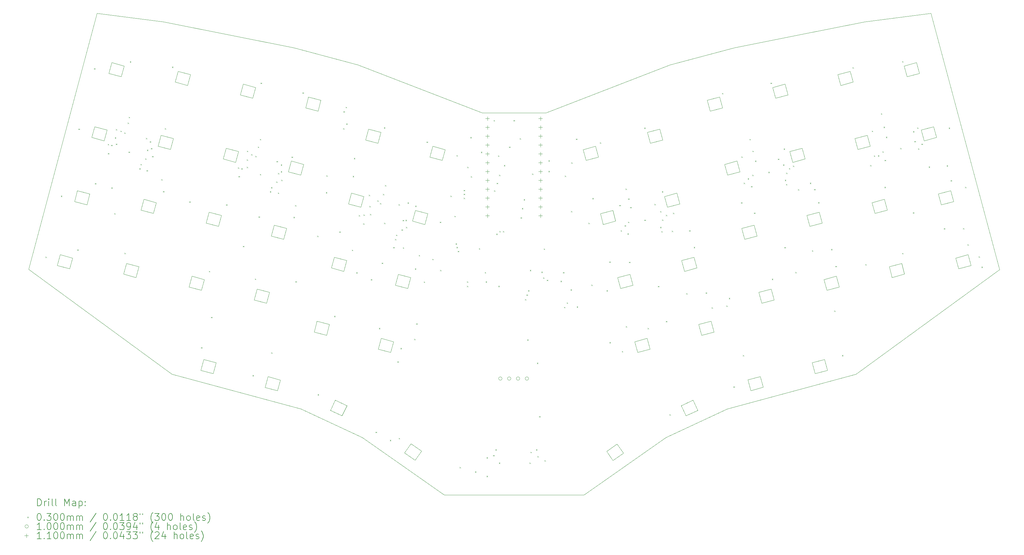
<source format=gbr>
%TF.GenerationSoftware,KiCad,Pcbnew,9.0.7*%
%TF.CreationDate,2026-02-21T20:18:25+09:00*%
%TF.ProjectId,TrueStrike56,54727565-5374-4726-996b-6535362e6b69,rev?*%
%TF.SameCoordinates,Original*%
%TF.FileFunction,Drillmap*%
%TF.FilePolarity,Positive*%
%FSLAX45Y45*%
G04 Gerber Fmt 4.5, Leading zero omitted, Abs format (unit mm)*
G04 Created by KiCad (PCBNEW 9.0.7) date 2026-02-21 20:18:25*
%MOMM*%
%LPD*%
G01*
G04 APERTURE LIST*
%ADD10C,0.050000*%
%ADD11C,0.120000*%
%ADD12C,0.200000*%
%ADD13C,0.100000*%
%ADD14C,0.110000*%
G04 APERTURE END LIST*
D10*
X33759698Y-3628488D02*
X35730737Y-10994488D01*
X15659657Y-14997528D02*
X11956337Y-14001848D01*
X26144777Y-15820487D02*
X23787657Y-17471487D01*
X11956337Y-14001848D02*
X7836457Y-10989408D01*
X23787657Y-17471487D02*
X19779537Y-17471487D01*
X17422418Y-15820487D02*
X15659657Y-14997528D01*
X15461537Y-4619088D02*
X17300497Y-5111847D01*
X17300497Y-5111847D02*
X20866657Y-6493497D01*
X35730737Y-10994488D02*
X31605777Y-14001847D01*
X9807497Y-3628487D02*
X11717577Y-3877407D01*
X13587017Y-4248248D02*
X15461537Y-4619088D01*
X27907537Y-14997528D02*
X26144777Y-15820487D01*
X26266698Y-5111848D02*
X28105657Y-4619087D01*
X28105657Y-4619087D02*
X29975097Y-4248248D01*
X31605777Y-14001847D02*
X27907537Y-14997528D01*
X7836457Y-10989408D02*
X9807497Y-3628487D01*
X31849617Y-3877407D02*
X33759698Y-3628488D01*
X29975097Y-4248248D02*
X31849617Y-3877407D01*
X19779537Y-17471487D02*
X17422418Y-15820487D01*
X20866657Y-6493497D02*
X22700537Y-6493497D01*
X11717577Y-3877407D02*
X13587017Y-4248248D01*
X22700537Y-6493497D02*
X26266698Y-5111848D01*
D11*
X24261667Y-9385814D02*
X24345007Y-9696842D01*
X24617127Y-9290569D02*
X24261667Y-9385814D01*
X24700467Y-9601597D02*
X24345007Y-9696842D01*
X24700467Y-9601597D02*
X24617127Y-9290569D01*
X25247767Y-13065991D02*
X25331107Y-13377019D01*
X25603227Y-12970746D02*
X25247767Y-13065991D01*
X25686567Y-13281774D02*
X25331107Y-13377019D01*
X25686567Y-13281774D02*
X25603227Y-12970746D01*
X26587725Y-14904591D02*
X26723809Y-15196423D01*
X26587725Y-14904591D02*
X26921247Y-14749068D01*
X26723809Y-15196423D02*
X27057330Y-15040899D01*
X27057330Y-15040899D02*
X26921247Y-14749068D01*
X27333749Y-6130270D02*
X27417089Y-6441298D01*
X27333749Y-6130270D02*
X27689210Y-6035025D01*
X27417089Y-6441298D02*
X27772550Y-6346053D01*
X27772550Y-6346053D02*
X27689210Y-6035025D01*
X29699757Y-7599982D02*
X29783097Y-7911010D01*
X30055218Y-7504737D02*
X29699757Y-7599982D01*
X30138558Y-7815765D02*
X29783097Y-7911010D01*
X30138558Y-7815765D02*
X30055218Y-7504737D01*
X9240139Y-8726742D02*
X9156799Y-9037770D01*
X9512260Y-9133016D02*
X9156799Y-9037770D01*
X9512260Y-9133016D02*
X9595600Y-8821988D01*
X9595600Y-8821988D02*
X9240139Y-8726742D01*
X33478545Y-6981899D02*
X33561885Y-7292927D01*
X33834006Y-6886653D02*
X33478545Y-6981899D01*
X33917346Y-7197681D02*
X33561885Y-7292927D01*
X33917346Y-7197681D02*
X33834006Y-6886653D01*
X11555678Y-7445387D02*
X11911139Y-7540632D01*
X11639018Y-7134359D02*
X11555678Y-7445387D01*
X11639018Y-7134359D02*
X11994478Y-7229604D01*
X11911139Y-7540632D02*
X11994478Y-7229604D01*
X14315494Y-11866319D02*
X14670955Y-11961565D01*
X14398834Y-11555291D02*
X14315494Y-11866319D01*
X14398834Y-11555291D02*
X14754295Y-11650536D01*
X14670955Y-11961565D02*
X14754295Y-11650536D01*
X32558817Y-10909781D02*
X32642157Y-11220809D01*
X32914278Y-10814536D02*
X32558817Y-10909781D01*
X32997617Y-11125564D02*
X32642157Y-11220809D01*
X32997617Y-11125564D02*
X32914278Y-10814536D01*
X17603030Y-6957430D02*
X17519690Y-7268458D01*
X17875151Y-7363703D02*
X17519690Y-7268458D01*
X17875151Y-7363703D02*
X17958490Y-7052675D01*
X17958490Y-7052675D02*
X17603030Y-6957430D01*
X30341039Y-13673454D02*
X30424379Y-13984482D01*
X30341039Y-13673454D02*
X30696500Y-13578209D01*
X30424379Y-13984482D02*
X30779839Y-13889237D01*
X30779839Y-13889237D02*
X30696500Y-13578209D01*
X17880627Y-13281775D02*
X18236088Y-13377020D01*
X17963967Y-12970746D02*
X17880627Y-13281775D01*
X17963967Y-12970746D02*
X18319427Y-13065992D01*
X18236088Y-13377020D02*
X18319427Y-13065992D01*
X26594805Y-10732853D02*
X26678145Y-11043881D01*
X26594805Y-10732853D02*
X26950266Y-10637608D01*
X26678145Y-11043881D02*
X27033606Y-10948636D01*
X27033606Y-10948636D02*
X26950266Y-10637608D01*
X24754717Y-11225902D02*
X24838057Y-11536930D01*
X24754717Y-11225902D02*
X25110178Y-11130657D01*
X24838057Y-11536930D02*
X25193517Y-11441685D01*
X25193517Y-11441685D02*
X25110178Y-11130657D01*
X18636726Y-16264873D02*
X18938174Y-16475949D01*
X18821418Y-16001106D02*
X18636726Y-16264873D01*
X18821418Y-16001106D02*
X19122866Y-16212182D01*
X18938174Y-16475949D02*
X19122866Y-16212182D01*
X16040539Y-12788723D02*
X16395999Y-12883968D01*
X16123878Y-12477695D02*
X16040539Y-12788723D01*
X16123878Y-12477695D02*
X16479339Y-12572940D01*
X16395999Y-12883968D02*
X16479339Y-12572940D01*
X24439062Y-16221110D02*
X24623754Y-16484877D01*
X24439062Y-16221110D02*
X24740510Y-16010034D01*
X24623754Y-16484877D02*
X24925202Y-16273800D01*
X24925202Y-16273800D02*
X24740510Y-16010034D01*
X17026640Y-9108547D02*
X17382100Y-9203792D01*
X17109979Y-8797518D02*
X17026640Y-9108547D01*
X17109979Y-8797518D02*
X17465440Y-8892764D01*
X17382100Y-9203792D02*
X17465440Y-8892764D01*
X13018926Y-9344826D02*
X12935586Y-9655854D01*
X13291047Y-9751099D02*
X12935586Y-9655854D01*
X13291047Y-9751099D02*
X13374386Y-9440071D01*
X13374386Y-9440071D02*
X13018926Y-9344826D01*
X15877985Y-6035026D02*
X15794645Y-6346054D01*
X16150106Y-6441300D02*
X15794645Y-6346054D01*
X16150106Y-6441300D02*
X16233446Y-6130271D01*
X16233446Y-6130271D02*
X15877985Y-6035026D01*
X25608705Y-7052675D02*
X25692044Y-7363703D01*
X25608705Y-7052675D02*
X25964165Y-6957430D01*
X25692044Y-7363703D02*
X26047505Y-7268458D01*
X26047505Y-7268458D02*
X25964165Y-6957430D01*
X30192808Y-9440070D02*
X30276148Y-9751099D01*
X30192808Y-9440070D02*
X30548268Y-9344825D01*
X30276148Y-9751099D02*
X30631608Y-9655853D01*
X30631608Y-9655853D02*
X30548268Y-9344825D01*
X28812900Y-11650536D02*
X28896239Y-11961564D01*
X29168360Y-11555291D02*
X28812900Y-11650536D01*
X29251700Y-11866319D02*
X28896239Y-11961564D01*
X29251700Y-11866319D02*
X29168360Y-11555291D01*
X12442536Y-11495942D02*
X12797997Y-11591188D01*
X12525876Y-11184914D02*
X12442536Y-11495942D01*
X12525876Y-11184914D02*
X12881336Y-11280159D01*
X12797997Y-11591188D02*
X12881336Y-11280159D01*
X14627443Y-14382288D02*
X14982903Y-14477533D01*
X14710782Y-14071260D02*
X14627443Y-14382288D01*
X14710782Y-14071260D02*
X15066243Y-14166505D01*
X14982903Y-14477533D02*
X15066243Y-14166505D01*
X26101755Y-8892764D02*
X26185095Y-9203792D01*
X26457216Y-8797519D02*
X26101755Y-8892764D01*
X26540556Y-9108547D02*
X26185095Y-9203792D01*
X26540556Y-9108547D02*
X26457216Y-8797519D01*
X11145968Y-8974447D02*
X11062628Y-9285475D01*
X11418089Y-9380721D02*
X11062628Y-9285475D01*
X11418089Y-9380721D02*
X11501429Y-9069693D01*
X11501429Y-9069693D02*
X11145968Y-8974447D01*
X10569577Y-11125564D02*
X10925038Y-11220810D01*
X10652917Y-10814536D02*
X10569577Y-11125564D01*
X10652917Y-10814536D02*
X11008378Y-10909781D01*
X10925038Y-11220810D02*
X11008378Y-10909781D01*
X16616929Y-10637606D02*
X16533589Y-10948634D01*
X16889050Y-11043880D02*
X16533589Y-10948634D01*
X16889050Y-11043880D02*
X16972390Y-10732851D01*
X16972390Y-10732851D02*
X16616929Y-10637606D01*
X34464646Y-10662075D02*
X34547986Y-10973103D01*
X34820106Y-10566830D02*
X34464646Y-10662075D01*
X34903446Y-10877858D02*
X34547986Y-10973103D01*
X34903446Y-10877858D02*
X34820106Y-10566830D01*
X33971596Y-8821987D02*
X34054935Y-9133015D01*
X33971596Y-8821987D02*
X34327056Y-8726742D01*
X34054935Y-9133015D02*
X34410396Y-9037770D01*
X34410396Y-9037770D02*
X34327056Y-8726742D01*
X32065766Y-9069693D02*
X32149106Y-9380721D01*
X32065766Y-9069693D02*
X32421227Y-8974448D01*
X32149106Y-9380721D02*
X32504567Y-9285476D01*
X32504567Y-9285476D02*
X32421227Y-8974448D01*
X15301596Y-8186142D02*
X15657057Y-8281387D01*
X15384936Y-7875113D02*
X15301596Y-8186142D01*
X15384936Y-7875113D02*
X15740396Y-7970359D01*
X15657057Y-8281387D02*
X15740396Y-7970359D01*
X30685858Y-11280158D02*
X30769198Y-11591187D01*
X31041319Y-11184913D02*
X30685858Y-11280158D01*
X31124658Y-11495941D02*
X30769198Y-11591187D01*
X31124658Y-11495941D02*
X31041319Y-11184913D01*
X23768616Y-7545724D02*
X23851956Y-7856753D01*
X23768616Y-7545724D02*
X24124077Y-7450479D01*
X23851956Y-7856753D02*
X24207416Y-7761507D01*
X24207416Y-7761507D02*
X24124077Y-7450479D01*
X12132068Y-5294269D02*
X12048728Y-5605297D01*
X12404189Y-5700543D02*
X12048728Y-5605297D01*
X12404189Y-5700543D02*
X12487529Y-5389515D01*
X12487529Y-5389515D02*
X12132068Y-5294269D01*
X27087856Y-12572941D02*
X27171196Y-12883969D01*
X27443317Y-12477696D02*
X27087856Y-12572941D01*
X27526656Y-12788724D02*
X27171196Y-12883969D01*
X27526656Y-12788724D02*
X27443317Y-12477696D01*
X12787356Y-13889238D02*
X13142816Y-13984483D01*
X12870695Y-13578209D02*
X12787356Y-13889238D01*
X12870695Y-13578209D02*
X13226156Y-13673455D01*
X13142816Y-13984483D02*
X13226156Y-13673455D01*
X8663749Y-10877859D02*
X9019209Y-10973104D01*
X8747088Y-10566831D02*
X8663749Y-10877859D01*
X8747088Y-10566831D02*
X9102549Y-10662076D01*
X9019209Y-10973104D02*
X9102549Y-10662076D01*
X16509865Y-15040900D02*
X16843386Y-15196423D01*
X16645948Y-14749069D02*
X16509865Y-15040900D01*
X16645948Y-14749069D02*
X16979469Y-14904592D01*
X16843386Y-15196423D02*
X16979469Y-14904592D01*
X18457016Y-11130657D02*
X18373677Y-11441686D01*
X18729137Y-11536931D02*
X18373677Y-11441686D01*
X18729137Y-11536931D02*
X18812477Y-11225903D01*
X18812477Y-11225903D02*
X18457016Y-11130657D01*
X28499741Y-14161985D02*
X28583080Y-14473013D01*
X28499741Y-14161985D02*
X28855201Y-14066740D01*
X28583080Y-14473013D02*
X28938541Y-14377768D01*
X28938541Y-14377768D02*
X28855201Y-14066740D01*
X31079665Y-5389515D02*
X31163005Y-5700543D01*
X31079665Y-5389515D02*
X31435126Y-5294270D01*
X31163005Y-5700543D02*
X31518466Y-5605298D01*
X31518466Y-5605298D02*
X31435126Y-5294270D01*
X10226240Y-5046564D02*
X10142900Y-5357592D01*
X10498361Y-5452838D02*
X10142900Y-5357592D01*
X10498361Y-5452838D02*
X10581700Y-5141810D01*
X10581700Y-5141810D02*
X10226240Y-5046564D01*
X28319850Y-9810447D02*
X28403189Y-10121475D01*
X28319850Y-9810447D02*
X28675310Y-9715202D01*
X28403189Y-10121475D02*
X28758650Y-10026230D01*
X28758650Y-10026230D02*
X28675310Y-9715202D01*
X29206708Y-5759893D02*
X29290048Y-6070921D01*
X29206708Y-5759893D02*
X29562168Y-5664648D01*
X29290048Y-6070921D02*
X29645508Y-5975676D01*
X29645508Y-5975676D02*
X29562168Y-5664648D01*
X27826799Y-7970359D02*
X27910139Y-8281387D01*
X28182260Y-7875113D02*
X27826799Y-7970359D01*
X28265600Y-8186141D02*
X27910139Y-8281387D01*
X28265600Y-8186141D02*
X28182260Y-7875113D01*
X13428637Y-7815764D02*
X13784098Y-7911010D01*
X13511977Y-7504736D02*
X13428637Y-7815764D01*
X13511977Y-7504736D02*
X13867437Y-7599981D01*
X13784098Y-7911010D02*
X13867437Y-7599981D01*
X14891885Y-9715203D02*
X14808545Y-10026231D01*
X15164006Y-10121476D02*
X14808545Y-10026231D01*
X15164006Y-10121476D02*
X15247346Y-9810448D01*
X15247346Y-9810448D02*
X14891885Y-9715203D01*
X18866728Y-9601597D02*
X19222189Y-9696842D01*
X18950068Y-9290569D02*
X18866728Y-9601597D01*
X18950068Y-9290569D02*
X19305528Y-9385814D01*
X19222189Y-9696842D02*
X19305528Y-9385814D01*
X14005027Y-5664648D02*
X13921687Y-5975676D01*
X14277148Y-6070922D02*
X13921687Y-5975676D01*
X14277148Y-6070922D02*
X14360487Y-5759894D01*
X14360487Y-5759894D02*
X14005027Y-5664648D01*
X31572716Y-7229604D02*
X31656056Y-7540632D01*
X31928177Y-7134358D02*
X31572716Y-7229604D01*
X32011516Y-7445386D02*
X31656056Y-7540632D01*
X32011516Y-7445386D02*
X31928177Y-7134358D01*
X9649849Y-7197681D02*
X10005310Y-7292926D01*
X9733189Y-6886653D02*
X9649849Y-7197681D01*
X9733189Y-6886653D02*
X10088650Y-6981898D01*
X10005310Y-7292926D02*
X10088650Y-6981898D01*
X32985495Y-5141810D02*
X33068834Y-5452838D01*
X32985495Y-5141810D02*
X33340955Y-5046564D01*
X33068834Y-5452838D02*
X33424295Y-5357592D01*
X33424295Y-5357592D02*
X33340955Y-5046564D01*
X19443117Y-7450479D02*
X19359777Y-7761507D01*
X19715238Y-7856753D02*
X19359777Y-7761507D01*
X19715238Y-7856753D02*
X19798578Y-7545724D01*
X19798578Y-7545724D02*
X19443117Y-7450479D01*
D12*
D13*
X8325102Y-10622607D02*
X8355102Y-10652607D01*
X8355102Y-10622607D02*
X8325102Y-10652607D01*
X8767322Y-8874083D02*
X8797322Y-8904083D01*
X8797322Y-8874083D02*
X8767322Y-8904083D01*
X9238772Y-10415548D02*
X9268772Y-10445548D01*
X9268772Y-10415548D02*
X9238772Y-10445548D01*
X9271115Y-6944835D02*
X9301115Y-6974835D01*
X9301115Y-6944835D02*
X9271115Y-6974835D01*
X9722314Y-5211864D02*
X9752314Y-5241864D01*
X9752314Y-5211864D02*
X9722314Y-5241864D01*
X9748258Y-8514124D02*
X9778258Y-8544124D01*
X9778258Y-8514124D02*
X9748258Y-8544124D01*
X10112820Y-7385582D02*
X10142820Y-7415582D01*
X10142820Y-7385582D02*
X10112820Y-7415582D01*
X10120685Y-7650649D02*
X10150685Y-7680649D01*
X10150685Y-7650649D02*
X10120685Y-7680649D01*
X10210959Y-7411878D02*
X10240959Y-7441878D01*
X10240959Y-7411878D02*
X10210959Y-7441878D01*
X10215097Y-8634752D02*
X10245097Y-8664752D01*
X10245097Y-8634752D02*
X10215097Y-8664752D01*
X10302255Y-9377402D02*
X10332255Y-9407402D01*
X10332255Y-9377402D02*
X10302255Y-9407402D01*
X10319596Y-7196918D02*
X10349596Y-7226918D01*
X10349596Y-7196918D02*
X10319596Y-7226918D01*
X10346056Y-6956757D02*
X10376056Y-6986757D01*
X10376056Y-6956757D02*
X10346056Y-6986757D01*
X10346758Y-7377682D02*
X10376758Y-7407682D01*
X10376758Y-7377682D02*
X10346758Y-7407682D01*
X10477709Y-7005182D02*
X10507709Y-7035182D01*
X10507709Y-7005182D02*
X10477709Y-7035182D01*
X10589502Y-7054703D02*
X10619502Y-7084703D01*
X10619502Y-7054703D02*
X10589502Y-7084703D01*
X10592574Y-10515338D02*
X10622574Y-10545338D01*
X10622574Y-10515338D02*
X10592574Y-10545338D01*
X10684963Y-6771459D02*
X10714963Y-6801459D01*
X10714963Y-6771459D02*
X10684963Y-6801459D01*
X10710960Y-7606749D02*
X10740960Y-7636749D01*
X10740960Y-7606749D02*
X10710960Y-7636749D01*
X10715426Y-6608697D02*
X10745426Y-6638697D01*
X10745426Y-6608697D02*
X10715426Y-6638697D01*
X10748424Y-5013482D02*
X10778424Y-5043482D01*
X10778424Y-5013482D02*
X10748424Y-5043482D01*
X11020041Y-8084112D02*
X11050041Y-8114112D01*
X11050041Y-8084112D02*
X11020041Y-8114112D01*
X11052937Y-7961342D02*
X11082937Y-7991342D01*
X11082937Y-7961342D02*
X11052937Y-7991342D01*
X11188544Y-7800458D02*
X11218544Y-7830458D01*
X11218544Y-7800458D02*
X11188544Y-7830458D01*
X11210458Y-7214669D02*
X11240458Y-7244669D01*
X11240458Y-7214669D02*
X11210458Y-7244669D01*
X11225648Y-8139357D02*
X11255648Y-8169357D01*
X11255648Y-8139357D02*
X11225648Y-8169357D01*
X11238689Y-7550934D02*
X11268689Y-7580934D01*
X11268689Y-7550934D02*
X11238689Y-7580934D01*
X11320024Y-7309767D02*
X11350024Y-7339767D01*
X11350024Y-7309767D02*
X11320024Y-7339767D01*
X11356636Y-7503292D02*
X11386636Y-7533292D01*
X11386636Y-7503292D02*
X11356636Y-7533292D01*
X11386539Y-7735178D02*
X11416539Y-7765178D01*
X11416539Y-7735178D02*
X11386539Y-7765178D01*
X11651140Y-8397996D02*
X11681140Y-8427996D01*
X11681140Y-8397996D02*
X11651140Y-8427996D01*
X11703905Y-8740835D02*
X11733905Y-8770835D01*
X11733905Y-8740835D02*
X11703905Y-8770835D01*
X11752140Y-6932243D02*
X11782140Y-6962243D01*
X11782140Y-6932243D02*
X11752140Y-6962243D01*
X11961084Y-5162645D02*
X11991084Y-5192645D01*
X11991084Y-5162645D02*
X11961084Y-5192645D01*
X12454417Y-9038928D02*
X12484417Y-9068928D01*
X12484417Y-9038928D02*
X12454417Y-9068928D01*
X12794362Y-13227236D02*
X12824362Y-13257236D01*
X12824362Y-13227236D02*
X12794362Y-13257236D01*
X13017559Y-11033630D02*
X13047559Y-11063630D01*
X13047559Y-11033630D02*
X13017559Y-11063630D01*
X13080158Y-12356901D02*
X13110158Y-12386901D01*
X13110158Y-12356901D02*
X13080158Y-12386901D01*
X13513524Y-9120279D02*
X13543524Y-9150279D01*
X13543524Y-9120279D02*
X13513524Y-9150279D01*
X13850640Y-8058427D02*
X13880640Y-8088427D01*
X13880640Y-8058427D02*
X13850640Y-8088427D01*
X13868990Y-8308312D02*
X13898990Y-8338312D01*
X13898990Y-8308312D02*
X13868990Y-8338312D01*
X13948778Y-8084723D02*
X13978778Y-8114723D01*
X13978778Y-8084723D02*
X13948778Y-8114723D01*
X13995581Y-10314434D02*
X14025581Y-10344434D01*
X14025581Y-10314434D02*
X13995581Y-10344434D01*
X14104650Y-8042757D02*
X14134650Y-8072757D01*
X14134650Y-8042757D02*
X14104650Y-8072757D01*
X14104793Y-7832428D02*
X14134793Y-7862428D01*
X14134793Y-7832428D02*
X14104793Y-7862428D01*
X14110501Y-7579301D02*
X14140501Y-7609301D01*
X14140501Y-7579301D02*
X14110501Y-7609301D01*
X14235571Y-7676824D02*
X14265571Y-7706824D01*
X14265571Y-7676824D02*
X14235571Y-7706824D01*
X14270433Y-14030337D02*
X14300433Y-14060337D01*
X14300433Y-14030337D02*
X14270433Y-14060337D01*
X14338491Y-11256093D02*
X14368491Y-11286093D01*
X14368491Y-11256093D02*
X14338491Y-11286093D01*
X14353458Y-7728133D02*
X14383458Y-7758133D01*
X14383458Y-7728133D02*
X14353458Y-7758133D01*
X14423985Y-7464349D02*
X14453985Y-7494349D01*
X14453985Y-7464349D02*
X14423985Y-7494349D01*
X14447134Y-9470306D02*
X14477134Y-9500306D01*
X14477134Y-9470306D02*
X14447134Y-9500306D01*
X14483151Y-7243538D02*
X14513151Y-7273538D01*
X14513151Y-7243538D02*
X14483151Y-7273538D01*
X14483173Y-8249366D02*
X14513173Y-8279366D01*
X14513173Y-8249366D02*
X14483173Y-8279366D01*
X14502677Y-5624991D02*
X14532677Y-5654991D01*
X14532677Y-5624991D02*
X14502677Y-5654991D01*
X14769853Y-8746919D02*
X14799853Y-8776919D01*
X14799853Y-8746919D02*
X14769853Y-8776919D01*
X14806309Y-8625207D02*
X14836309Y-8655207D01*
X14836309Y-8625207D02*
X14806309Y-8655207D01*
X14810219Y-13375416D02*
X14840219Y-13405416D01*
X14840219Y-13375416D02*
X14810219Y-13405416D01*
X14954183Y-8467609D02*
X14984183Y-8497609D01*
X14984183Y-8467609D02*
X14954183Y-8497609D01*
X14963830Y-7878534D02*
X14993830Y-7908534D01*
X14993830Y-7878534D02*
X14963830Y-7908534D01*
X15001190Y-8782867D02*
X15031190Y-8812867D01*
X15031190Y-8782867D02*
X15001190Y-8812867D01*
X15004328Y-8218086D02*
X15034328Y-8248086D01*
X15034328Y-8218086D02*
X15004328Y-8248086D01*
X15083418Y-8168258D02*
X15113418Y-8198258D01*
X15113418Y-8168258D02*
X15083418Y-8198258D01*
X15085663Y-7976919D02*
X15115663Y-8006919D01*
X15115663Y-7976919D02*
X15085663Y-8006919D01*
X15096536Y-8413716D02*
X15126536Y-8443716D01*
X15126536Y-8413716D02*
X15096536Y-8443716D01*
X15394219Y-7750876D02*
X15424219Y-7780876D01*
X15424219Y-7750876D02*
X15394219Y-7780876D01*
X15449822Y-9481590D02*
X15479822Y-9511590D01*
X15479822Y-9481590D02*
X15449822Y-9511590D01*
X15493993Y-9145003D02*
X15523993Y-9175003D01*
X15523993Y-9145003D02*
X15493993Y-9175003D01*
X15503532Y-11332602D02*
X15533532Y-11362602D01*
X15533532Y-11332602D02*
X15503532Y-11362602D01*
X15707001Y-5903400D02*
X15737001Y-5933400D01*
X15737001Y-5903400D02*
X15707001Y-5933400D01*
X16132337Y-10024448D02*
X16162337Y-10054448D01*
X16162337Y-10024448D02*
X16132337Y-10054448D01*
X16142652Y-14577736D02*
X16172652Y-14607736D01*
X16172652Y-14577736D02*
X16142652Y-14607736D01*
X16381312Y-8771120D02*
X16411312Y-8801120D01*
X16411312Y-8771120D02*
X16381312Y-8801120D01*
X16392525Y-8287647D02*
X16422525Y-8317647D01*
X16422525Y-8287647D02*
X16392525Y-8317647D01*
X16615561Y-12326412D02*
X16645561Y-12356412D01*
X16645561Y-12326412D02*
X16615561Y-12356412D01*
X16767337Y-9902527D02*
X16797337Y-9932527D01*
X16797337Y-9902527D02*
X16767337Y-9932527D01*
X16874361Y-6931031D02*
X16904361Y-6961031D01*
X16904361Y-6931031D02*
X16874361Y-6961031D01*
X16885575Y-6447559D02*
X16915575Y-6477559D01*
X16915575Y-6447559D02*
X16885575Y-6477559D01*
X16946267Y-6319193D02*
X16976267Y-6349193D01*
X16976267Y-6319193D02*
X16946267Y-6349193D01*
X16962874Y-6796971D02*
X16992874Y-6826971D01*
X16992874Y-6796971D02*
X16962874Y-6826971D01*
X17125047Y-10424988D02*
X17155047Y-10454988D01*
X17155047Y-10424988D02*
X17125047Y-10454988D01*
X17150045Y-8306552D02*
X17180045Y-8336552D01*
X17180045Y-8306552D02*
X17150045Y-8336552D01*
X17183386Y-7789566D02*
X17213386Y-7819566D01*
X17213386Y-7789566D02*
X17183386Y-7819566D01*
X17253389Y-11072873D02*
X17283389Y-11102873D01*
X17283389Y-11072873D02*
X17253389Y-11102873D01*
X17325460Y-9431691D02*
X17355460Y-9461691D01*
X17355460Y-9431691D02*
X17325460Y-9461691D01*
X17450733Y-9666631D02*
X17480733Y-9696631D01*
X17480733Y-9666631D02*
X17450733Y-9696631D01*
X17457951Y-9414600D02*
X17487951Y-9444600D01*
X17487951Y-9414600D02*
X17457951Y-9444600D01*
X17613693Y-8846680D02*
X17643693Y-8876680D01*
X17643693Y-8846680D02*
X17613693Y-8876680D01*
X17628714Y-9169858D02*
X17658714Y-9199858D01*
X17658714Y-9169858D02*
X17628714Y-9199858D01*
X17646129Y-9399282D02*
X17676129Y-9429282D01*
X17676129Y-9399282D02*
X17646129Y-9429282D01*
X17670065Y-11272714D02*
X17700065Y-11302714D01*
X17700065Y-11272714D02*
X17670065Y-11302714D01*
X17808602Y-15657479D02*
X17838602Y-15687479D01*
X17838602Y-15657479D02*
X17808602Y-15687479D01*
X17856023Y-9008491D02*
X17886023Y-9038491D01*
X17886023Y-9008491D02*
X17856023Y-9038491D01*
X17903624Y-12671548D02*
X17933624Y-12701548D01*
X17933624Y-12671548D02*
X17903624Y-12701548D01*
X17935026Y-9082252D02*
X17965026Y-9112252D01*
X17965026Y-9082252D02*
X17935026Y-9112252D01*
X17982919Y-10799009D02*
X18012919Y-10829009D01*
X18012919Y-10799009D02*
X17982919Y-10829009D01*
X18017819Y-8821754D02*
X18047819Y-8851754D01*
X18047819Y-8821754D02*
X18017819Y-8851754D01*
X18048808Y-6906243D02*
X18078808Y-6936243D01*
X18078808Y-6906243D02*
X18048808Y-6936243D01*
X18051592Y-9652555D02*
X18081592Y-9682555D01*
X18081592Y-9652555D02*
X18051592Y-9682555D01*
X18079068Y-8568631D02*
X18109068Y-8598631D01*
X18109068Y-8568631D02*
X18079068Y-8598631D01*
X18216729Y-15888840D02*
X18246729Y-15918840D01*
X18246729Y-15888840D02*
X18216729Y-15918840D01*
X18313963Y-10348643D02*
X18343963Y-10378643D01*
X18343963Y-10348643D02*
X18313963Y-10378643D01*
X18363987Y-10117552D02*
X18393987Y-10147552D01*
X18393987Y-10117552D02*
X18363987Y-10147552D01*
X18396831Y-9994977D02*
X18426831Y-10024977D01*
X18426831Y-9994977D02*
X18396831Y-10024977D01*
X18431325Y-13632965D02*
X18461325Y-13662965D01*
X18461325Y-13632965D02*
X18431325Y-13662965D01*
X18465761Y-9119277D02*
X18495761Y-9149277D01*
X18495761Y-9119277D02*
X18465761Y-9149277D01*
X18471641Y-15834774D02*
X18501641Y-15864774D01*
X18501641Y-15834774D02*
X18471641Y-15864774D01*
X18520955Y-13249393D02*
X18550955Y-13279393D01*
X18550955Y-13249393D02*
X18520955Y-13279393D01*
X18550868Y-9841294D02*
X18580868Y-9871294D01*
X18580868Y-9841294D02*
X18550868Y-9871294D01*
X18585895Y-9572204D02*
X18615895Y-9602204D01*
X18615895Y-9572204D02*
X18585895Y-9602204D01*
X18588010Y-10356334D02*
X18618010Y-10386334D01*
X18618010Y-10356334D02*
X18588010Y-10386334D01*
X18666072Y-9567391D02*
X18696072Y-9597391D01*
X18696072Y-9567391D02*
X18666072Y-9597391D01*
X18678104Y-9767835D02*
X18708104Y-9797835D01*
X18708104Y-9767835D02*
X18678104Y-9797835D01*
X18726112Y-9067677D02*
X18756112Y-9097677D01*
X18756112Y-9067677D02*
X18726112Y-9097677D01*
X18915102Y-12987118D02*
X18945102Y-13017118D01*
X18945102Y-12987118D02*
X18915102Y-13017118D01*
X18938240Y-10962950D02*
X18968240Y-10992950D01*
X18968240Y-10962950D02*
X18938240Y-10992950D01*
X18944244Y-9158124D02*
X18974244Y-9188124D01*
X18974244Y-9158124D02*
X18944244Y-9188124D01*
X18973382Y-12542296D02*
X19003382Y-12572296D01*
X19003382Y-12542296D02*
X18973382Y-12572296D01*
X19047914Y-10578175D02*
X19077914Y-10608175D01*
X19077914Y-10578175D02*
X19047914Y-10608175D01*
X19190796Y-11338343D02*
X19220796Y-11368343D01*
X19220796Y-11338343D02*
X19190796Y-11368343D01*
X19272133Y-7318856D02*
X19302133Y-7348856D01*
X19302133Y-7318856D02*
X19272133Y-7348856D01*
X19437408Y-10687857D02*
X19467408Y-10717857D01*
X19467408Y-10687857D02*
X19437408Y-10717857D01*
X19650975Y-9620927D02*
X19680975Y-9650927D01*
X19680975Y-9620927D02*
X19650975Y-9650927D01*
X19661591Y-11004313D02*
X19691591Y-11034313D01*
X19691591Y-11004313D02*
X19661591Y-11034313D01*
X19956195Y-8874386D02*
X19986195Y-8904386D01*
X19986195Y-8874386D02*
X19956195Y-8904386D01*
X20071263Y-9450861D02*
X20101263Y-9480861D01*
X20101263Y-9450861D02*
X20071263Y-9480861D01*
X20104898Y-10245428D02*
X20134898Y-10275428D01*
X20134898Y-10245428D02*
X20104898Y-10275428D01*
X20130298Y-7707967D02*
X20160298Y-7737967D01*
X20160298Y-7707967D02*
X20130298Y-7737967D01*
X20130298Y-10347027D02*
X20160298Y-10377027D01*
X20160298Y-10347027D02*
X20130298Y-10377027D01*
X20168398Y-10461328D02*
X20198398Y-10491328D01*
X20198398Y-10461328D02*
X20168398Y-10491328D01*
X20219198Y-16671628D02*
X20249198Y-16701628D01*
X20249198Y-16671628D02*
X20219198Y-16701628D01*
X20338448Y-8932378D02*
X20368448Y-8962378D01*
X20368448Y-8932378D02*
X20338448Y-8962378D01*
X20339848Y-8816678D02*
X20369848Y-8846678D01*
X20369848Y-8816678D02*
X20339848Y-8846678D01*
X20339849Y-8708728D02*
X20369849Y-8738728D01*
X20369849Y-8708728D02*
X20339849Y-8738728D01*
X20429501Y-11465130D02*
X20459501Y-11495130D01*
X20459501Y-11465130D02*
X20429501Y-11495130D01*
X20429501Y-11338130D02*
X20459501Y-11368130D01*
X20459501Y-11338130D02*
X20429501Y-11368130D01*
X20441491Y-8044617D02*
X20471491Y-8074617D01*
X20471491Y-8044617D02*
X20441491Y-8074617D01*
X20526781Y-7186553D02*
X20556781Y-7216553D01*
X20556781Y-7186553D02*
X20526781Y-7216553D01*
X20539754Y-8311971D02*
X20569754Y-8341971D01*
X20569754Y-8311971D02*
X20539754Y-8341971D01*
X20663698Y-16798628D02*
X20693698Y-16828628D01*
X20693698Y-16798628D02*
X20663698Y-16828628D01*
X20775848Y-10385128D02*
X20805848Y-10415128D01*
X20805848Y-10385128D02*
X20775848Y-10415128D01*
X20835147Y-7610177D02*
X20865147Y-7640177D01*
X20865147Y-7610177D02*
X20835147Y-7640177D01*
X20943097Y-11070928D02*
X20973097Y-11100928D01*
X20973097Y-11070928D02*
X20943097Y-11100928D01*
X20968497Y-11337627D02*
X20998497Y-11367627D01*
X20998497Y-11337627D02*
X20968497Y-11367627D01*
X20993897Y-16925628D02*
X21023897Y-16955628D01*
X21023897Y-16925628D02*
X20993897Y-16955628D01*
X20993898Y-16392228D02*
X21023898Y-16422228D01*
X21023898Y-16392228D02*
X20993898Y-16422228D01*
X21184398Y-16328728D02*
X21214398Y-16358728D01*
X21214398Y-16328728D02*
X21184398Y-16358728D01*
X21197098Y-6702127D02*
X21227098Y-6732127D01*
X21227098Y-6702127D02*
X21197098Y-6732127D01*
X21209797Y-8721427D02*
X21239797Y-8751427D01*
X21239797Y-8721427D02*
X21209797Y-8751427D01*
X21247897Y-16163628D02*
X21277897Y-16193628D01*
X21277897Y-16163628D02*
X21247897Y-16193628D01*
X21273297Y-9966027D02*
X21303297Y-9996027D01*
X21303297Y-9966027D02*
X21273297Y-9996027D01*
X21285998Y-8505527D02*
X21315998Y-8535527D01*
X21315998Y-8505527D02*
X21285998Y-8535527D01*
X21324097Y-7718128D02*
X21354097Y-7748128D01*
X21354097Y-7718128D02*
X21324097Y-7748128D01*
X21331201Y-11465130D02*
X21361201Y-11495130D01*
X21361201Y-11465130D02*
X21331201Y-11495130D01*
X21349498Y-16544627D02*
X21379498Y-16574627D01*
X21379498Y-16544627D02*
X21349498Y-16574627D01*
X21355848Y-8270577D02*
X21385848Y-8300577D01*
X21385848Y-8270577D02*
X21355848Y-8300577D01*
X21362198Y-9889828D02*
X21392198Y-9919828D01*
X21392198Y-9889828D02*
X21362198Y-9919828D01*
X21463798Y-9889827D02*
X21493798Y-9919827D01*
X21493798Y-9889827D02*
X21463798Y-9919827D01*
X21495548Y-7991178D02*
X21525548Y-8021178D01*
X21525548Y-7991178D02*
X21495548Y-8021178D01*
X21641597Y-7464128D02*
X21671597Y-7494128D01*
X21671597Y-7464128D02*
X21641597Y-7494128D01*
X21768597Y-6702127D02*
X21798597Y-6732127D01*
X21798597Y-6702127D02*
X21768597Y-6732127D01*
X21947453Y-7219362D02*
X21977453Y-7249362D01*
X21977453Y-7219362D02*
X21947453Y-7249362D01*
X21971798Y-9496127D02*
X22001798Y-9526127D01*
X22001798Y-9496127D02*
X21971798Y-9526127D01*
X22009897Y-9229428D02*
X22039897Y-9259428D01*
X22039897Y-9229428D02*
X22009897Y-9259428D01*
X22060698Y-8975428D02*
X22090698Y-9005428D01*
X22090698Y-8975428D02*
X22060698Y-9005428D01*
X22098798Y-11845628D02*
X22128798Y-11875628D01*
X22128798Y-11845628D02*
X22098798Y-11875628D01*
X22143247Y-11712278D02*
X22173247Y-11742278D01*
X22173247Y-11712278D02*
X22143247Y-11742278D01*
X22163353Y-13002500D02*
X22193353Y-13032500D01*
X22193353Y-13002500D02*
X22163353Y-13032500D01*
X22187697Y-11591627D02*
X22217697Y-11621627D01*
X22217697Y-11591627D02*
X22187697Y-11621627D01*
X22225797Y-16544627D02*
X22255797Y-16574627D01*
X22255797Y-16544627D02*
X22225797Y-16574627D01*
X22238497Y-11007427D02*
X22268497Y-11037427D01*
X22268497Y-11007427D02*
X22238497Y-11037427D01*
X22257547Y-16233477D02*
X22287547Y-16263477D01*
X22287547Y-16233477D02*
X22257547Y-16263477D01*
X22301997Y-8238828D02*
X22331997Y-8268828D01*
X22331997Y-8238828D02*
X22301997Y-8268828D01*
X22416298Y-16163627D02*
X22446298Y-16193627D01*
X22446298Y-16163627D02*
X22416298Y-16193627D01*
X22441697Y-13674427D02*
X22471697Y-13704427D01*
X22471697Y-13674427D02*
X22441697Y-13704427D01*
X22454397Y-16357528D02*
X22484397Y-16387528D01*
X22484397Y-16357528D02*
X22454397Y-16387528D01*
X22505197Y-15211127D02*
X22535197Y-15241127D01*
X22535197Y-15211127D02*
X22505197Y-15241127D01*
X22568698Y-11058228D02*
X22598698Y-11088228D01*
X22598698Y-11058228D02*
X22568698Y-11088228D01*
X22619497Y-11223327D02*
X22649497Y-11253327D01*
X22649497Y-11223327D02*
X22619497Y-11253327D01*
X22638548Y-10391477D02*
X22668548Y-10421477D01*
X22668548Y-10391477D02*
X22638548Y-10421477D01*
X22657597Y-16474407D02*
X22687597Y-16504407D01*
X22687597Y-16474407D02*
X22657597Y-16504407D01*
X22723421Y-11289151D02*
X22753421Y-11319151D01*
X22753421Y-11289151D02*
X22723421Y-11319151D01*
X22771797Y-8162627D02*
X22801797Y-8192627D01*
X22801797Y-8162627D02*
X22771797Y-8192627D01*
X22771897Y-7857828D02*
X22801897Y-7887828D01*
X22801897Y-7857828D02*
X22771897Y-7887828D01*
X23121147Y-11318577D02*
X23151147Y-11348577D01*
X23151147Y-11318577D02*
X23121147Y-11348577D01*
X23190998Y-11070927D02*
X23220998Y-11100927D01*
X23220998Y-11070927D02*
X23190998Y-11100927D01*
X23222748Y-12067878D02*
X23252748Y-12097878D01*
X23252748Y-12067878D02*
X23222748Y-12097878D01*
X23241620Y-8294774D02*
X23271620Y-8324774D01*
X23271620Y-8294774D02*
X23241620Y-8324774D01*
X23298947Y-11940877D02*
X23328947Y-11970877D01*
X23328947Y-11940877D02*
X23298947Y-11970877D01*
X23406897Y-11566227D02*
X23436897Y-11596227D01*
X23436897Y-11566227D02*
X23406897Y-11596227D01*
X23421997Y-9311430D02*
X23451997Y-9341430D01*
X23451997Y-9311430D02*
X23421997Y-9341430D01*
X23429325Y-7915778D02*
X23459325Y-7945778D01*
X23459325Y-7915778D02*
X23429325Y-7945778D01*
X23562677Y-7235794D02*
X23592677Y-7265794D01*
X23592677Y-7235794D02*
X23562677Y-7265794D01*
X23584697Y-12056009D02*
X23614697Y-12086009D01*
X23614697Y-12056009D02*
X23584697Y-12086009D01*
X23920614Y-9651154D02*
X23950614Y-9681154D01*
X23950614Y-9651154D02*
X23920614Y-9681154D01*
X24002915Y-11430379D02*
X24032915Y-11460379D01*
X24032915Y-11430379D02*
X24002915Y-11460379D01*
X24031837Y-8937656D02*
X24061837Y-8967656D01*
X24061837Y-8937656D02*
X24031837Y-8967656D01*
X24248354Y-7341324D02*
X24278354Y-7371324D01*
X24278354Y-7341324D02*
X24248354Y-7371324D01*
X24439961Y-11589381D02*
X24469961Y-11619381D01*
X24469961Y-11589381D02*
X24439961Y-11619381D01*
X24521601Y-10765478D02*
X24551601Y-10795478D01*
X24551601Y-10765478D02*
X24521601Y-10795478D01*
X24523551Y-13079004D02*
X24553551Y-13109004D01*
X24553551Y-13079004D02*
X24523551Y-13109004D01*
X24808433Y-9137156D02*
X24838433Y-9167156D01*
X24838433Y-9137156D02*
X24808433Y-9167156D01*
X24846510Y-9868085D02*
X24876510Y-9898085D01*
X24876510Y-9868085D02*
X24846510Y-9898085D01*
X24882180Y-13337906D02*
X24912180Y-13367906D01*
X24912180Y-13337906D02*
X24882180Y-13367906D01*
X24962634Y-9722790D02*
X24992634Y-9752790D01*
X24992634Y-9722790D02*
X24962634Y-9752790D01*
X24985396Y-8669003D02*
X25015396Y-8699003D01*
X25015396Y-8669003D02*
X24985396Y-8699003D01*
X24993404Y-12624408D02*
X25023404Y-12654408D01*
X25023404Y-12624408D02*
X24993404Y-12654408D01*
X25040640Y-9955853D02*
X25070640Y-9985853D01*
X25070640Y-9955853D02*
X25040640Y-9985853D01*
X25058230Y-9622439D02*
X25088230Y-9652439D01*
X25088230Y-9622439D02*
X25058230Y-9652439D01*
X25060997Y-8951150D02*
X25090997Y-8981150D01*
X25090997Y-8951150D02*
X25060997Y-8981150D01*
X25088537Y-10771344D02*
X25118537Y-10801344D01*
X25118537Y-10771344D02*
X25088537Y-10801344D01*
X25120749Y-9198099D02*
X25150749Y-9228099D01*
X25150749Y-9198099D02*
X25120749Y-9228099D01*
X25525728Y-6914129D02*
X25555728Y-6944129D01*
X25555728Y-6914129D02*
X25525728Y-6944129D01*
X25527216Y-9562516D02*
X25557216Y-9592516D01*
X25557216Y-9562516D02*
X25527216Y-9592516D01*
X25623005Y-12674379D02*
X25653005Y-12704379D01*
X25653005Y-12674379D02*
X25623005Y-12704379D01*
X25816058Y-9107109D02*
X25846058Y-9137109D01*
X25846058Y-9107109D02*
X25816058Y-9137109D01*
X25919722Y-11468989D02*
X25949722Y-11498989D01*
X25949722Y-11468989D02*
X25919722Y-11498989D01*
X25980547Y-9316140D02*
X26010547Y-9346140D01*
X26010547Y-9316140D02*
X25980547Y-9346140D01*
X25982458Y-9769130D02*
X26012458Y-9799130D01*
X26012458Y-9769130D02*
X25982458Y-9799130D01*
X26015328Y-9891803D02*
X26045328Y-9921803D01*
X26045328Y-9891803D02*
X26015328Y-9921803D01*
X26030991Y-8743833D02*
X26060991Y-8773833D01*
X26060991Y-8743833D02*
X26030991Y-8773833D01*
X26036882Y-9557431D02*
X26066882Y-9587431D01*
X26066882Y-9557431D02*
X26036882Y-9587431D01*
X26143909Y-12476234D02*
X26173909Y-12506234D01*
X26173909Y-12476234D02*
X26143909Y-12506234D01*
X26147153Y-9422700D02*
X26177153Y-9452700D01*
X26177153Y-9422700D02*
X26147153Y-9452700D01*
X26246423Y-15154434D02*
X26276423Y-15184434D01*
X26276423Y-15154434D02*
X26246423Y-15184434D01*
X26313416Y-9878304D02*
X26343416Y-9908304D01*
X26343416Y-9878304D02*
X26313416Y-9908304D01*
X26347109Y-9364734D02*
X26377109Y-9394734D01*
X26377109Y-9364734D02*
X26347109Y-9394734D01*
X26728696Y-11673492D02*
X26758696Y-11703492D01*
X26758696Y-11673492D02*
X26728696Y-11703492D01*
X26816932Y-9868294D02*
X26846932Y-9898294D01*
X26846932Y-9868294D02*
X26816932Y-9898294D01*
X26945126Y-10346717D02*
X26975126Y-10376717D01*
X26975126Y-10346717D02*
X26945126Y-10376717D01*
X27289058Y-11654823D02*
X27319058Y-11684823D01*
X27319058Y-11654823D02*
X27289058Y-11684823D01*
X27456459Y-12083297D02*
X27486459Y-12113297D01*
X27486459Y-12083297D02*
X27456459Y-12113297D01*
X27758291Y-5922667D02*
X27788291Y-5952667D01*
X27788291Y-5922667D02*
X27758291Y-5952667D01*
X27883809Y-12031734D02*
X27913809Y-12061734D01*
X27913809Y-12031734D02*
X27883809Y-12061734D01*
X27953772Y-11810759D02*
X27983772Y-11840759D01*
X27983772Y-11810759D02*
X27953772Y-11840759D01*
X28084587Y-14353954D02*
X28114587Y-14383954D01*
X28114587Y-14353954D02*
X28084587Y-14383954D01*
X28304017Y-9064328D02*
X28334017Y-9094328D01*
X28334017Y-9064328D02*
X28304017Y-9094328D01*
X28312679Y-7746320D02*
X28342679Y-7776320D01*
X28342679Y-7746320D02*
X28312679Y-7776320D01*
X28353698Y-13450511D02*
X28383698Y-13480511D01*
X28383698Y-13450511D02*
X28353698Y-13480511D01*
X28383640Y-8501848D02*
X28413640Y-8531848D01*
X28413640Y-8501848D02*
X28383640Y-8531848D01*
X28495420Y-8372747D02*
X28525420Y-8402747D01*
X28525420Y-8372747D02*
X28495420Y-8402747D01*
X28547242Y-7241280D02*
X28577242Y-7271280D01*
X28577242Y-7241280D02*
X28547242Y-7271280D01*
X28594080Y-8596996D02*
X28624080Y-8626996D01*
X28624080Y-8596996D02*
X28594080Y-8626996D01*
X28626192Y-8271967D02*
X28656192Y-8301967D01*
X28656192Y-8271967D02*
X28626192Y-8301967D01*
X28631501Y-7580274D02*
X28661501Y-7610274D01*
X28661501Y-7580274D02*
X28631501Y-7610274D01*
X28678652Y-9357499D02*
X28708652Y-9387499D01*
X28708652Y-9357499D02*
X28678652Y-9387499D01*
X28708295Y-7866294D02*
X28738295Y-7896294D01*
X28738295Y-7866294D02*
X28708295Y-7896294D01*
X29089943Y-8187149D02*
X29119943Y-8217149D01*
X29119943Y-8187149D02*
X29089943Y-8217149D01*
X29151551Y-5627041D02*
X29181551Y-5657041D01*
X29181551Y-5627041D02*
X29151551Y-5657041D01*
X29188137Y-11258924D02*
X29218137Y-11288924D01*
X29218137Y-11258924D02*
X29188137Y-11288924D01*
X29363945Y-7811326D02*
X29393945Y-7841326D01*
X29393945Y-7811326D02*
X29363945Y-7841326D01*
X29513045Y-7975169D02*
X29543045Y-8005169D01*
X29543045Y-7975169D02*
X29513045Y-8005169D01*
X29528450Y-7517435D02*
X29558450Y-7547435D01*
X29558450Y-7517435D02*
X29528450Y-7547435D01*
X29551475Y-10351235D02*
X29581475Y-10381235D01*
X29581475Y-10351235D02*
X29551475Y-10381235D01*
X29564026Y-8415012D02*
X29594026Y-8445012D01*
X29594026Y-8415012D02*
X29564026Y-8445012D01*
X29596896Y-8537685D02*
X29626896Y-8567685D01*
X29626896Y-8537685D02*
X29596896Y-8567685D01*
X29601768Y-8211406D02*
X29631768Y-8241406D01*
X29631768Y-8211406D02*
X29601768Y-8241406D01*
X29679651Y-8081729D02*
X29709651Y-8111729D01*
X29709651Y-8081729D02*
X29679651Y-8111729D01*
X29797537Y-8007687D02*
X29827537Y-8037687D01*
X29827537Y-8007687D02*
X29797537Y-8037687D01*
X29865009Y-11066534D02*
X29895009Y-11096534D01*
X29895009Y-11066534D02*
X29865009Y-11096534D01*
X29937715Y-8683661D02*
X29967715Y-8713661D01*
X29967715Y-8683661D02*
X29937715Y-8713661D01*
X30282724Y-8499179D02*
X30312724Y-8529179D01*
X30312724Y-8499179D02*
X30282724Y-8529179D01*
X30343133Y-10442046D02*
X30373133Y-10472046D01*
X30373133Y-10442046D02*
X30343133Y-10472046D01*
X30404429Y-8683511D02*
X30434429Y-8713511D01*
X30434429Y-8683511D02*
X30404429Y-8713511D01*
X30518594Y-9060509D02*
X30548594Y-9090509D01*
X30548594Y-9060509D02*
X30518594Y-9090509D01*
X30892431Y-10406620D02*
X30922431Y-10436620D01*
X30922431Y-10406620D02*
X30892431Y-10436620D01*
X30980164Y-12175909D02*
X31010164Y-12205909D01*
X31010164Y-12175909D02*
X30980164Y-12205909D01*
X31016134Y-10892820D02*
X31046134Y-10922820D01*
X31046134Y-10892820D02*
X31016134Y-10922820D01*
X31203621Y-13451480D02*
X31233621Y-13481480D01*
X31233621Y-13451480D02*
X31203621Y-13481480D01*
X31504209Y-5181912D02*
X31534209Y-5211912D01*
X31534209Y-5181912D02*
X31504209Y-5211912D01*
X31875258Y-10842328D02*
X31905258Y-10872328D01*
X31905258Y-10842328D02*
X31875258Y-10872328D01*
X32011309Y-7993134D02*
X32041309Y-8023134D01*
X32041309Y-7993134D02*
X32011309Y-8023134D01*
X32058596Y-7005564D02*
X32088596Y-7035564D01*
X32088596Y-7005564D02*
X32058596Y-7035564D01*
X32117919Y-7717654D02*
X32147919Y-7747654D01*
X32147919Y-7717654D02*
X32117919Y-7747654D01*
X32236526Y-7712169D02*
X32266526Y-7742169D01*
X32266526Y-7712169D02*
X32236526Y-7742169D01*
X32320981Y-6506218D02*
X32350981Y-6536218D01*
X32350981Y-6506218D02*
X32320981Y-6536218D01*
X32364011Y-7599122D02*
X32394011Y-7629122D01*
X32394011Y-7599122D02*
X32364011Y-7629122D01*
X32398343Y-6893078D02*
X32428343Y-6923078D01*
X32428343Y-6893078D02*
X32398343Y-6923078D01*
X32424569Y-8616744D02*
X32454569Y-8646744D01*
X32454569Y-8616744D02*
X32424569Y-8646744D01*
X32429751Y-7844467D02*
X32459751Y-7874467D01*
X32459751Y-7844467D02*
X32429751Y-7874467D01*
X32467956Y-7176830D02*
X32497956Y-7206830D01*
X32497956Y-7176830D02*
X32467956Y-7206830D01*
X32876829Y-7501156D02*
X32906829Y-7531156D01*
X32906829Y-7501156D02*
X32876829Y-7531156D01*
X32930339Y-5008958D02*
X32960339Y-5038958D01*
X32960339Y-5008958D02*
X32930339Y-5038958D01*
X32934054Y-10518169D02*
X32964054Y-10548169D01*
X32964054Y-10518169D02*
X32934054Y-10548169D01*
X33240634Y-9349580D02*
X33270634Y-9379580D01*
X33270634Y-9349580D02*
X33240634Y-9379580D01*
X33244823Y-7016417D02*
X33274823Y-7046417D01*
X33274823Y-7016417D02*
X33244823Y-7046417D01*
X33283174Y-7300240D02*
X33313174Y-7330240D01*
X33313174Y-7300240D02*
X33283174Y-7330240D01*
X33362880Y-6910739D02*
X33392880Y-6940739D01*
X33392880Y-6910739D02*
X33362880Y-6940739D01*
X33387978Y-7513847D02*
X33417978Y-7543847D01*
X33417978Y-7513847D02*
X33387978Y-7543847D01*
X33487786Y-7376895D02*
X33517786Y-7406895D01*
X33517786Y-7376895D02*
X33487786Y-7406895D01*
X33694375Y-8032063D02*
X33724375Y-8062063D01*
X33724375Y-8032063D02*
X33694375Y-8062063D01*
X34130901Y-9808409D02*
X34160901Y-9838409D01*
X34160901Y-9808409D02*
X34130901Y-9838409D01*
X34211361Y-7998721D02*
X34241361Y-8028721D01*
X34241361Y-7998721D02*
X34211361Y-8028721D01*
X34271775Y-6917015D02*
X34301775Y-6947015D01*
X34301775Y-6917015D02*
X34271775Y-6947015D01*
X34326406Y-8428075D02*
X34356406Y-8458075D01*
X34356406Y-8428075D02*
X34326406Y-8458075D01*
X34682282Y-9805295D02*
X34712282Y-9835295D01*
X34712282Y-9805295D02*
X34682282Y-9835295D01*
X34740935Y-8618876D02*
X34770935Y-8648876D01*
X34770935Y-8618876D02*
X34740935Y-8648876D01*
X34807189Y-10271451D02*
X34837189Y-10301451D01*
X34837189Y-10271451D02*
X34807189Y-10301451D01*
X35129827Y-10616979D02*
X35159827Y-10646979D01*
X35159827Y-10616979D02*
X35129827Y-10646979D01*
X35208715Y-10911393D02*
X35238715Y-10941393D01*
X35238715Y-10911393D02*
X35208715Y-10941393D01*
X21439897Y-14127127D02*
G75*
G02*
X21339897Y-14127127I-50000J0D01*
G01*
X21339897Y-14127127D02*
G75*
G02*
X21439897Y-14127127I50000J0D01*
G01*
X21693897Y-14127127D02*
G75*
G02*
X21593897Y-14127127I-50000J0D01*
G01*
X21593897Y-14127127D02*
G75*
G02*
X21693897Y-14127127I50000J0D01*
G01*
X21947897Y-14127127D02*
G75*
G02*
X21847897Y-14127127I-50000J0D01*
G01*
X21847897Y-14127127D02*
G75*
G02*
X21947897Y-14127127I50000J0D01*
G01*
X22201897Y-14127127D02*
G75*
G02*
X22101897Y-14127127I-50000J0D01*
G01*
X22101897Y-14127127D02*
G75*
G02*
X22201897Y-14127127I50000J0D01*
G01*
D14*
X21021597Y-6598627D02*
X21021597Y-6708627D01*
X20966597Y-6653627D02*
X21076597Y-6653627D01*
X21021597Y-9138628D02*
X21021597Y-9248628D01*
X20966597Y-9193628D02*
X21076597Y-9193628D01*
X21021597Y-9392627D02*
X21021597Y-9502627D01*
X20966597Y-9447627D02*
X21076597Y-9447627D01*
X21021597Y-7106627D02*
X21021597Y-7216627D01*
X20966597Y-7161627D02*
X21076597Y-7161627D01*
X21021597Y-7614627D02*
X21021597Y-7724627D01*
X20966597Y-7669627D02*
X21076597Y-7669627D01*
X21021597Y-8376627D02*
X21021597Y-8486628D01*
X20966597Y-8431628D02*
X21076597Y-8431628D01*
X21021597Y-8884628D02*
X21021597Y-8994628D01*
X20966597Y-8939628D02*
X21076597Y-8939628D01*
X21021597Y-7360627D02*
X21021597Y-7470627D01*
X20966597Y-7415627D02*
X21076597Y-7415627D01*
X21021597Y-8122627D02*
X21021597Y-8232627D01*
X20966597Y-8177627D02*
X21076597Y-8177627D01*
X21021597Y-6852627D02*
X21021597Y-6962627D01*
X20966597Y-6907627D02*
X21076597Y-6907627D01*
X21021598Y-8630628D02*
X21021598Y-8740628D01*
X20966598Y-8685628D02*
X21076598Y-8685628D01*
X21021598Y-7868627D02*
X21021598Y-7978627D01*
X20966598Y-7923627D02*
X21076598Y-7923627D01*
X22545596Y-8122627D02*
X22545596Y-8232627D01*
X22490596Y-8177627D02*
X22600596Y-8177627D01*
X22545597Y-7360627D02*
X22545597Y-7470627D01*
X22490597Y-7415627D02*
X22600597Y-7415627D01*
X22545597Y-9138628D02*
X22545597Y-9248628D01*
X22490597Y-9193628D02*
X22600597Y-9193628D01*
X22545597Y-7868627D02*
X22545597Y-7978627D01*
X22490597Y-7923627D02*
X22600597Y-7923627D01*
X22545597Y-8630628D02*
X22545597Y-8740628D01*
X22490597Y-8685628D02*
X22600597Y-8685628D01*
X22545597Y-7106627D02*
X22545597Y-7216627D01*
X22490597Y-7161627D02*
X22600597Y-7161627D01*
X22545597Y-7614627D02*
X22545597Y-7724627D01*
X22490597Y-7669627D02*
X22600597Y-7669627D01*
X22545597Y-8376628D02*
X22545597Y-8486628D01*
X22490597Y-8431628D02*
X22600597Y-8431628D01*
X22545597Y-8884628D02*
X22545597Y-8994628D01*
X22490597Y-8939628D02*
X22600597Y-8939628D01*
X22545597Y-6598628D02*
X22545597Y-6708628D01*
X22490597Y-6653628D02*
X22600597Y-6653628D01*
X22545597Y-6852627D02*
X22545597Y-6962627D01*
X22490597Y-6907627D02*
X22600597Y-6907627D01*
X22545597Y-9392628D02*
X22545597Y-9502628D01*
X22490597Y-9447628D02*
X22600597Y-9447628D01*
D12*
X8094734Y-17785471D02*
X8094734Y-17585471D01*
X8094734Y-17585471D02*
X8142353Y-17585471D01*
X8142353Y-17585471D02*
X8170925Y-17594995D01*
X8170925Y-17594995D02*
X8189972Y-17614043D01*
X8189972Y-17614043D02*
X8199496Y-17633090D01*
X8199496Y-17633090D02*
X8209020Y-17671185D01*
X8209020Y-17671185D02*
X8209020Y-17699757D01*
X8209020Y-17699757D02*
X8199496Y-17737852D01*
X8199496Y-17737852D02*
X8189972Y-17756900D01*
X8189972Y-17756900D02*
X8170925Y-17775947D01*
X8170925Y-17775947D02*
X8142353Y-17785471D01*
X8142353Y-17785471D02*
X8094734Y-17785471D01*
X8294734Y-17785471D02*
X8294734Y-17652138D01*
X8294734Y-17690233D02*
X8304258Y-17671185D01*
X8304258Y-17671185D02*
X8313782Y-17661662D01*
X8313782Y-17661662D02*
X8332829Y-17652138D01*
X8332829Y-17652138D02*
X8351877Y-17652138D01*
X8418544Y-17785471D02*
X8418544Y-17652138D01*
X8418544Y-17585471D02*
X8409020Y-17594995D01*
X8409020Y-17594995D02*
X8418544Y-17604519D01*
X8418544Y-17604519D02*
X8428068Y-17594995D01*
X8428068Y-17594995D02*
X8418544Y-17585471D01*
X8418544Y-17585471D02*
X8418544Y-17604519D01*
X8542353Y-17785471D02*
X8523306Y-17775947D01*
X8523306Y-17775947D02*
X8513782Y-17756900D01*
X8513782Y-17756900D02*
X8513782Y-17585471D01*
X8647115Y-17785471D02*
X8628068Y-17775947D01*
X8628068Y-17775947D02*
X8618544Y-17756900D01*
X8618544Y-17756900D02*
X8618544Y-17585471D01*
X8875687Y-17785471D02*
X8875687Y-17585471D01*
X8875687Y-17585471D02*
X8942353Y-17728328D01*
X8942353Y-17728328D02*
X9009020Y-17585471D01*
X9009020Y-17585471D02*
X9009020Y-17785471D01*
X9189972Y-17785471D02*
X9189972Y-17680709D01*
X9189972Y-17680709D02*
X9180449Y-17661662D01*
X9180449Y-17661662D02*
X9161401Y-17652138D01*
X9161401Y-17652138D02*
X9123306Y-17652138D01*
X9123306Y-17652138D02*
X9104258Y-17661662D01*
X9189972Y-17775947D02*
X9170925Y-17785471D01*
X9170925Y-17785471D02*
X9123306Y-17785471D01*
X9123306Y-17785471D02*
X9104258Y-17775947D01*
X9104258Y-17775947D02*
X9094734Y-17756900D01*
X9094734Y-17756900D02*
X9094734Y-17737852D01*
X9094734Y-17737852D02*
X9104258Y-17718805D01*
X9104258Y-17718805D02*
X9123306Y-17709281D01*
X9123306Y-17709281D02*
X9170925Y-17709281D01*
X9170925Y-17709281D02*
X9189972Y-17699757D01*
X9285210Y-17652138D02*
X9285210Y-17852138D01*
X9285210Y-17661662D02*
X9304258Y-17652138D01*
X9304258Y-17652138D02*
X9342353Y-17652138D01*
X9342353Y-17652138D02*
X9361401Y-17661662D01*
X9361401Y-17661662D02*
X9370925Y-17671185D01*
X9370925Y-17671185D02*
X9380449Y-17690233D01*
X9380449Y-17690233D02*
X9380449Y-17747376D01*
X9380449Y-17747376D02*
X9370925Y-17766424D01*
X9370925Y-17766424D02*
X9361401Y-17775947D01*
X9361401Y-17775947D02*
X9342353Y-17785471D01*
X9342353Y-17785471D02*
X9304258Y-17785471D01*
X9304258Y-17785471D02*
X9285210Y-17775947D01*
X9466163Y-17766424D02*
X9475687Y-17775947D01*
X9475687Y-17775947D02*
X9466163Y-17785471D01*
X9466163Y-17785471D02*
X9456639Y-17775947D01*
X9456639Y-17775947D02*
X9466163Y-17766424D01*
X9466163Y-17766424D02*
X9466163Y-17785471D01*
X9466163Y-17661662D02*
X9475687Y-17671185D01*
X9475687Y-17671185D02*
X9466163Y-17680709D01*
X9466163Y-17680709D02*
X9456639Y-17671185D01*
X9456639Y-17671185D02*
X9466163Y-17661662D01*
X9466163Y-17661662D02*
X9466163Y-17680709D01*
D13*
X7803957Y-18098987D02*
X7833957Y-18128987D01*
X7833957Y-18098987D02*
X7803957Y-18128987D01*
D12*
X8132829Y-18005471D02*
X8151877Y-18005471D01*
X8151877Y-18005471D02*
X8170925Y-18014995D01*
X8170925Y-18014995D02*
X8180448Y-18024519D01*
X8180448Y-18024519D02*
X8189972Y-18043566D01*
X8189972Y-18043566D02*
X8199496Y-18081662D01*
X8199496Y-18081662D02*
X8199496Y-18129281D01*
X8199496Y-18129281D02*
X8189972Y-18167376D01*
X8189972Y-18167376D02*
X8180448Y-18186424D01*
X8180448Y-18186424D02*
X8170925Y-18195947D01*
X8170925Y-18195947D02*
X8151877Y-18205471D01*
X8151877Y-18205471D02*
X8132829Y-18205471D01*
X8132829Y-18205471D02*
X8113782Y-18195947D01*
X8113782Y-18195947D02*
X8104258Y-18186424D01*
X8104258Y-18186424D02*
X8094734Y-18167376D01*
X8094734Y-18167376D02*
X8085210Y-18129281D01*
X8085210Y-18129281D02*
X8085210Y-18081662D01*
X8085210Y-18081662D02*
X8094734Y-18043566D01*
X8094734Y-18043566D02*
X8104258Y-18024519D01*
X8104258Y-18024519D02*
X8113782Y-18014995D01*
X8113782Y-18014995D02*
X8132829Y-18005471D01*
X8285210Y-18186424D02*
X8294734Y-18195947D01*
X8294734Y-18195947D02*
X8285210Y-18205471D01*
X8285210Y-18205471D02*
X8275687Y-18195947D01*
X8275687Y-18195947D02*
X8285210Y-18186424D01*
X8285210Y-18186424D02*
X8285210Y-18205471D01*
X8361401Y-18005471D02*
X8485210Y-18005471D01*
X8485210Y-18005471D02*
X8418544Y-18081662D01*
X8418544Y-18081662D02*
X8447115Y-18081662D01*
X8447115Y-18081662D02*
X8466163Y-18091185D01*
X8466163Y-18091185D02*
X8475687Y-18100709D01*
X8475687Y-18100709D02*
X8485210Y-18119757D01*
X8485210Y-18119757D02*
X8485210Y-18167376D01*
X8485210Y-18167376D02*
X8475687Y-18186424D01*
X8475687Y-18186424D02*
X8466163Y-18195947D01*
X8466163Y-18195947D02*
X8447115Y-18205471D01*
X8447115Y-18205471D02*
X8389972Y-18205471D01*
X8389972Y-18205471D02*
X8370925Y-18195947D01*
X8370925Y-18195947D02*
X8361401Y-18186424D01*
X8609020Y-18005471D02*
X8628068Y-18005471D01*
X8628068Y-18005471D02*
X8647115Y-18014995D01*
X8647115Y-18014995D02*
X8656639Y-18024519D01*
X8656639Y-18024519D02*
X8666163Y-18043566D01*
X8666163Y-18043566D02*
X8675687Y-18081662D01*
X8675687Y-18081662D02*
X8675687Y-18129281D01*
X8675687Y-18129281D02*
X8666163Y-18167376D01*
X8666163Y-18167376D02*
X8656639Y-18186424D01*
X8656639Y-18186424D02*
X8647115Y-18195947D01*
X8647115Y-18195947D02*
X8628068Y-18205471D01*
X8628068Y-18205471D02*
X8609020Y-18205471D01*
X8609020Y-18205471D02*
X8589972Y-18195947D01*
X8589972Y-18195947D02*
X8580449Y-18186424D01*
X8580449Y-18186424D02*
X8570925Y-18167376D01*
X8570925Y-18167376D02*
X8561401Y-18129281D01*
X8561401Y-18129281D02*
X8561401Y-18081662D01*
X8561401Y-18081662D02*
X8570925Y-18043566D01*
X8570925Y-18043566D02*
X8580449Y-18024519D01*
X8580449Y-18024519D02*
X8589972Y-18014995D01*
X8589972Y-18014995D02*
X8609020Y-18005471D01*
X8799496Y-18005471D02*
X8818544Y-18005471D01*
X8818544Y-18005471D02*
X8837591Y-18014995D01*
X8837591Y-18014995D02*
X8847115Y-18024519D01*
X8847115Y-18024519D02*
X8856639Y-18043566D01*
X8856639Y-18043566D02*
X8866163Y-18081662D01*
X8866163Y-18081662D02*
X8866163Y-18129281D01*
X8866163Y-18129281D02*
X8856639Y-18167376D01*
X8856639Y-18167376D02*
X8847115Y-18186424D01*
X8847115Y-18186424D02*
X8837591Y-18195947D01*
X8837591Y-18195947D02*
X8818544Y-18205471D01*
X8818544Y-18205471D02*
X8799496Y-18205471D01*
X8799496Y-18205471D02*
X8780449Y-18195947D01*
X8780449Y-18195947D02*
X8770925Y-18186424D01*
X8770925Y-18186424D02*
X8761401Y-18167376D01*
X8761401Y-18167376D02*
X8751877Y-18129281D01*
X8751877Y-18129281D02*
X8751877Y-18081662D01*
X8751877Y-18081662D02*
X8761401Y-18043566D01*
X8761401Y-18043566D02*
X8770925Y-18024519D01*
X8770925Y-18024519D02*
X8780449Y-18014995D01*
X8780449Y-18014995D02*
X8799496Y-18005471D01*
X8951877Y-18205471D02*
X8951877Y-18072138D01*
X8951877Y-18091185D02*
X8961401Y-18081662D01*
X8961401Y-18081662D02*
X8980449Y-18072138D01*
X8980449Y-18072138D02*
X9009020Y-18072138D01*
X9009020Y-18072138D02*
X9028068Y-18081662D01*
X9028068Y-18081662D02*
X9037591Y-18100709D01*
X9037591Y-18100709D02*
X9037591Y-18205471D01*
X9037591Y-18100709D02*
X9047115Y-18081662D01*
X9047115Y-18081662D02*
X9066163Y-18072138D01*
X9066163Y-18072138D02*
X9094734Y-18072138D01*
X9094734Y-18072138D02*
X9113782Y-18081662D01*
X9113782Y-18081662D02*
X9123306Y-18100709D01*
X9123306Y-18100709D02*
X9123306Y-18205471D01*
X9218544Y-18205471D02*
X9218544Y-18072138D01*
X9218544Y-18091185D02*
X9228068Y-18081662D01*
X9228068Y-18081662D02*
X9247115Y-18072138D01*
X9247115Y-18072138D02*
X9275687Y-18072138D01*
X9275687Y-18072138D02*
X9294734Y-18081662D01*
X9294734Y-18081662D02*
X9304258Y-18100709D01*
X9304258Y-18100709D02*
X9304258Y-18205471D01*
X9304258Y-18100709D02*
X9313782Y-18081662D01*
X9313782Y-18081662D02*
X9332830Y-18072138D01*
X9332830Y-18072138D02*
X9361401Y-18072138D01*
X9361401Y-18072138D02*
X9380449Y-18081662D01*
X9380449Y-18081662D02*
X9389972Y-18100709D01*
X9389972Y-18100709D02*
X9389972Y-18205471D01*
X9780449Y-17995947D02*
X9609020Y-18253090D01*
X10037592Y-18005471D02*
X10056639Y-18005471D01*
X10056639Y-18005471D02*
X10075687Y-18014995D01*
X10075687Y-18014995D02*
X10085211Y-18024519D01*
X10085211Y-18024519D02*
X10094734Y-18043566D01*
X10094734Y-18043566D02*
X10104258Y-18081662D01*
X10104258Y-18081662D02*
X10104258Y-18129281D01*
X10104258Y-18129281D02*
X10094734Y-18167376D01*
X10094734Y-18167376D02*
X10085211Y-18186424D01*
X10085211Y-18186424D02*
X10075687Y-18195947D01*
X10075687Y-18195947D02*
X10056639Y-18205471D01*
X10056639Y-18205471D02*
X10037592Y-18205471D01*
X10037592Y-18205471D02*
X10018544Y-18195947D01*
X10018544Y-18195947D02*
X10009020Y-18186424D01*
X10009020Y-18186424D02*
X9999496Y-18167376D01*
X9999496Y-18167376D02*
X9989973Y-18129281D01*
X9989973Y-18129281D02*
X9989973Y-18081662D01*
X9989973Y-18081662D02*
X9999496Y-18043566D01*
X9999496Y-18043566D02*
X10009020Y-18024519D01*
X10009020Y-18024519D02*
X10018544Y-18014995D01*
X10018544Y-18014995D02*
X10037592Y-18005471D01*
X10189973Y-18186424D02*
X10199496Y-18195947D01*
X10199496Y-18195947D02*
X10189973Y-18205471D01*
X10189973Y-18205471D02*
X10180449Y-18195947D01*
X10180449Y-18195947D02*
X10189973Y-18186424D01*
X10189973Y-18186424D02*
X10189973Y-18205471D01*
X10323306Y-18005471D02*
X10342354Y-18005471D01*
X10342354Y-18005471D02*
X10361401Y-18014995D01*
X10361401Y-18014995D02*
X10370925Y-18024519D01*
X10370925Y-18024519D02*
X10380449Y-18043566D01*
X10380449Y-18043566D02*
X10389973Y-18081662D01*
X10389973Y-18081662D02*
X10389973Y-18129281D01*
X10389973Y-18129281D02*
X10380449Y-18167376D01*
X10380449Y-18167376D02*
X10370925Y-18186424D01*
X10370925Y-18186424D02*
X10361401Y-18195947D01*
X10361401Y-18195947D02*
X10342354Y-18205471D01*
X10342354Y-18205471D02*
X10323306Y-18205471D01*
X10323306Y-18205471D02*
X10304258Y-18195947D01*
X10304258Y-18195947D02*
X10294734Y-18186424D01*
X10294734Y-18186424D02*
X10285211Y-18167376D01*
X10285211Y-18167376D02*
X10275687Y-18129281D01*
X10275687Y-18129281D02*
X10275687Y-18081662D01*
X10275687Y-18081662D02*
X10285211Y-18043566D01*
X10285211Y-18043566D02*
X10294734Y-18024519D01*
X10294734Y-18024519D02*
X10304258Y-18014995D01*
X10304258Y-18014995D02*
X10323306Y-18005471D01*
X10580449Y-18205471D02*
X10466163Y-18205471D01*
X10523306Y-18205471D02*
X10523306Y-18005471D01*
X10523306Y-18005471D02*
X10504258Y-18034043D01*
X10504258Y-18034043D02*
X10485211Y-18053090D01*
X10485211Y-18053090D02*
X10466163Y-18062614D01*
X10770925Y-18205471D02*
X10656639Y-18205471D01*
X10713782Y-18205471D02*
X10713782Y-18005471D01*
X10713782Y-18005471D02*
X10694734Y-18034043D01*
X10694734Y-18034043D02*
X10675687Y-18053090D01*
X10675687Y-18053090D02*
X10656639Y-18062614D01*
X10885211Y-18091185D02*
X10866163Y-18081662D01*
X10866163Y-18081662D02*
X10856639Y-18072138D01*
X10856639Y-18072138D02*
X10847115Y-18053090D01*
X10847115Y-18053090D02*
X10847115Y-18043566D01*
X10847115Y-18043566D02*
X10856639Y-18024519D01*
X10856639Y-18024519D02*
X10866163Y-18014995D01*
X10866163Y-18014995D02*
X10885211Y-18005471D01*
X10885211Y-18005471D02*
X10923306Y-18005471D01*
X10923306Y-18005471D02*
X10942354Y-18014995D01*
X10942354Y-18014995D02*
X10951877Y-18024519D01*
X10951877Y-18024519D02*
X10961401Y-18043566D01*
X10961401Y-18043566D02*
X10961401Y-18053090D01*
X10961401Y-18053090D02*
X10951877Y-18072138D01*
X10951877Y-18072138D02*
X10942354Y-18081662D01*
X10942354Y-18081662D02*
X10923306Y-18091185D01*
X10923306Y-18091185D02*
X10885211Y-18091185D01*
X10885211Y-18091185D02*
X10866163Y-18100709D01*
X10866163Y-18100709D02*
X10856639Y-18110233D01*
X10856639Y-18110233D02*
X10847115Y-18129281D01*
X10847115Y-18129281D02*
X10847115Y-18167376D01*
X10847115Y-18167376D02*
X10856639Y-18186424D01*
X10856639Y-18186424D02*
X10866163Y-18195947D01*
X10866163Y-18195947D02*
X10885211Y-18205471D01*
X10885211Y-18205471D02*
X10923306Y-18205471D01*
X10923306Y-18205471D02*
X10942354Y-18195947D01*
X10942354Y-18195947D02*
X10951877Y-18186424D01*
X10951877Y-18186424D02*
X10961401Y-18167376D01*
X10961401Y-18167376D02*
X10961401Y-18129281D01*
X10961401Y-18129281D02*
X10951877Y-18110233D01*
X10951877Y-18110233D02*
X10942354Y-18100709D01*
X10942354Y-18100709D02*
X10923306Y-18091185D01*
X11037592Y-18005471D02*
X11037592Y-18043566D01*
X11113782Y-18005471D02*
X11113782Y-18043566D01*
X11409020Y-18281662D02*
X11399496Y-18272138D01*
X11399496Y-18272138D02*
X11380449Y-18243566D01*
X11380449Y-18243566D02*
X11370925Y-18224519D01*
X11370925Y-18224519D02*
X11361401Y-18195947D01*
X11361401Y-18195947D02*
X11351877Y-18148328D01*
X11351877Y-18148328D02*
X11351877Y-18110233D01*
X11351877Y-18110233D02*
X11361401Y-18062614D01*
X11361401Y-18062614D02*
X11370925Y-18034043D01*
X11370925Y-18034043D02*
X11380449Y-18014995D01*
X11380449Y-18014995D02*
X11399496Y-17986424D01*
X11399496Y-17986424D02*
X11409020Y-17976900D01*
X11466163Y-18005471D02*
X11589973Y-18005471D01*
X11589973Y-18005471D02*
X11523306Y-18081662D01*
X11523306Y-18081662D02*
X11551877Y-18081662D01*
X11551877Y-18081662D02*
X11570925Y-18091185D01*
X11570925Y-18091185D02*
X11580449Y-18100709D01*
X11580449Y-18100709D02*
X11589973Y-18119757D01*
X11589973Y-18119757D02*
X11589973Y-18167376D01*
X11589973Y-18167376D02*
X11580449Y-18186424D01*
X11580449Y-18186424D02*
X11570925Y-18195947D01*
X11570925Y-18195947D02*
X11551877Y-18205471D01*
X11551877Y-18205471D02*
X11494734Y-18205471D01*
X11494734Y-18205471D02*
X11475687Y-18195947D01*
X11475687Y-18195947D02*
X11466163Y-18186424D01*
X11713782Y-18005471D02*
X11732830Y-18005471D01*
X11732830Y-18005471D02*
X11751877Y-18014995D01*
X11751877Y-18014995D02*
X11761401Y-18024519D01*
X11761401Y-18024519D02*
X11770925Y-18043566D01*
X11770925Y-18043566D02*
X11780449Y-18081662D01*
X11780449Y-18081662D02*
X11780449Y-18129281D01*
X11780449Y-18129281D02*
X11770925Y-18167376D01*
X11770925Y-18167376D02*
X11761401Y-18186424D01*
X11761401Y-18186424D02*
X11751877Y-18195947D01*
X11751877Y-18195947D02*
X11732830Y-18205471D01*
X11732830Y-18205471D02*
X11713782Y-18205471D01*
X11713782Y-18205471D02*
X11694734Y-18195947D01*
X11694734Y-18195947D02*
X11685211Y-18186424D01*
X11685211Y-18186424D02*
X11675687Y-18167376D01*
X11675687Y-18167376D02*
X11666163Y-18129281D01*
X11666163Y-18129281D02*
X11666163Y-18081662D01*
X11666163Y-18081662D02*
X11675687Y-18043566D01*
X11675687Y-18043566D02*
X11685211Y-18024519D01*
X11685211Y-18024519D02*
X11694734Y-18014995D01*
X11694734Y-18014995D02*
X11713782Y-18005471D01*
X11904258Y-18005471D02*
X11923306Y-18005471D01*
X11923306Y-18005471D02*
X11942354Y-18014995D01*
X11942354Y-18014995D02*
X11951877Y-18024519D01*
X11951877Y-18024519D02*
X11961401Y-18043566D01*
X11961401Y-18043566D02*
X11970925Y-18081662D01*
X11970925Y-18081662D02*
X11970925Y-18129281D01*
X11970925Y-18129281D02*
X11961401Y-18167376D01*
X11961401Y-18167376D02*
X11951877Y-18186424D01*
X11951877Y-18186424D02*
X11942354Y-18195947D01*
X11942354Y-18195947D02*
X11923306Y-18205471D01*
X11923306Y-18205471D02*
X11904258Y-18205471D01*
X11904258Y-18205471D02*
X11885211Y-18195947D01*
X11885211Y-18195947D02*
X11875687Y-18186424D01*
X11875687Y-18186424D02*
X11866163Y-18167376D01*
X11866163Y-18167376D02*
X11856639Y-18129281D01*
X11856639Y-18129281D02*
X11856639Y-18081662D01*
X11856639Y-18081662D02*
X11866163Y-18043566D01*
X11866163Y-18043566D02*
X11875687Y-18024519D01*
X11875687Y-18024519D02*
X11885211Y-18014995D01*
X11885211Y-18014995D02*
X11904258Y-18005471D01*
X12209020Y-18205471D02*
X12209020Y-18005471D01*
X12294735Y-18205471D02*
X12294735Y-18100709D01*
X12294735Y-18100709D02*
X12285211Y-18081662D01*
X12285211Y-18081662D02*
X12266163Y-18072138D01*
X12266163Y-18072138D02*
X12237592Y-18072138D01*
X12237592Y-18072138D02*
X12218544Y-18081662D01*
X12218544Y-18081662D02*
X12209020Y-18091185D01*
X12418544Y-18205471D02*
X12399496Y-18195947D01*
X12399496Y-18195947D02*
X12389973Y-18186424D01*
X12389973Y-18186424D02*
X12380449Y-18167376D01*
X12380449Y-18167376D02*
X12380449Y-18110233D01*
X12380449Y-18110233D02*
X12389973Y-18091185D01*
X12389973Y-18091185D02*
X12399496Y-18081662D01*
X12399496Y-18081662D02*
X12418544Y-18072138D01*
X12418544Y-18072138D02*
X12447116Y-18072138D01*
X12447116Y-18072138D02*
X12466163Y-18081662D01*
X12466163Y-18081662D02*
X12475687Y-18091185D01*
X12475687Y-18091185D02*
X12485211Y-18110233D01*
X12485211Y-18110233D02*
X12485211Y-18167376D01*
X12485211Y-18167376D02*
X12475687Y-18186424D01*
X12475687Y-18186424D02*
X12466163Y-18195947D01*
X12466163Y-18195947D02*
X12447116Y-18205471D01*
X12447116Y-18205471D02*
X12418544Y-18205471D01*
X12599496Y-18205471D02*
X12580449Y-18195947D01*
X12580449Y-18195947D02*
X12570925Y-18176900D01*
X12570925Y-18176900D02*
X12570925Y-18005471D01*
X12751877Y-18195947D02*
X12732830Y-18205471D01*
X12732830Y-18205471D02*
X12694735Y-18205471D01*
X12694735Y-18205471D02*
X12675687Y-18195947D01*
X12675687Y-18195947D02*
X12666163Y-18176900D01*
X12666163Y-18176900D02*
X12666163Y-18100709D01*
X12666163Y-18100709D02*
X12675687Y-18081662D01*
X12675687Y-18081662D02*
X12694735Y-18072138D01*
X12694735Y-18072138D02*
X12732830Y-18072138D01*
X12732830Y-18072138D02*
X12751877Y-18081662D01*
X12751877Y-18081662D02*
X12761401Y-18100709D01*
X12761401Y-18100709D02*
X12761401Y-18119757D01*
X12761401Y-18119757D02*
X12666163Y-18138805D01*
X12837592Y-18195947D02*
X12856639Y-18205471D01*
X12856639Y-18205471D02*
X12894735Y-18205471D01*
X12894735Y-18205471D02*
X12913782Y-18195947D01*
X12913782Y-18195947D02*
X12923306Y-18176900D01*
X12923306Y-18176900D02*
X12923306Y-18167376D01*
X12923306Y-18167376D02*
X12913782Y-18148328D01*
X12913782Y-18148328D02*
X12894735Y-18138805D01*
X12894735Y-18138805D02*
X12866163Y-18138805D01*
X12866163Y-18138805D02*
X12847116Y-18129281D01*
X12847116Y-18129281D02*
X12837592Y-18110233D01*
X12837592Y-18110233D02*
X12837592Y-18100709D01*
X12837592Y-18100709D02*
X12847116Y-18081662D01*
X12847116Y-18081662D02*
X12866163Y-18072138D01*
X12866163Y-18072138D02*
X12894735Y-18072138D01*
X12894735Y-18072138D02*
X12913782Y-18081662D01*
X12989973Y-18281662D02*
X12999497Y-18272138D01*
X12999497Y-18272138D02*
X13018544Y-18243566D01*
X13018544Y-18243566D02*
X13028068Y-18224519D01*
X13028068Y-18224519D02*
X13037592Y-18195947D01*
X13037592Y-18195947D02*
X13047116Y-18148328D01*
X13047116Y-18148328D02*
X13047116Y-18110233D01*
X13047116Y-18110233D02*
X13037592Y-18062614D01*
X13037592Y-18062614D02*
X13028068Y-18034043D01*
X13028068Y-18034043D02*
X13018544Y-18014995D01*
X13018544Y-18014995D02*
X12999497Y-17986424D01*
X12999497Y-17986424D02*
X12989973Y-17976900D01*
D13*
X7833957Y-18377987D02*
G75*
G02*
X7733957Y-18377987I-50000J0D01*
G01*
X7733957Y-18377987D02*
G75*
G02*
X7833957Y-18377987I50000J0D01*
G01*
D12*
X8199496Y-18469471D02*
X8085210Y-18469471D01*
X8142353Y-18469471D02*
X8142353Y-18269471D01*
X8142353Y-18269471D02*
X8123306Y-18298043D01*
X8123306Y-18298043D02*
X8104258Y-18317090D01*
X8104258Y-18317090D02*
X8085210Y-18326614D01*
X8285210Y-18450424D02*
X8294734Y-18459947D01*
X8294734Y-18459947D02*
X8285210Y-18469471D01*
X8285210Y-18469471D02*
X8275687Y-18459947D01*
X8275687Y-18459947D02*
X8285210Y-18450424D01*
X8285210Y-18450424D02*
X8285210Y-18469471D01*
X8418544Y-18269471D02*
X8437591Y-18269471D01*
X8437591Y-18269471D02*
X8456639Y-18278995D01*
X8456639Y-18278995D02*
X8466163Y-18288519D01*
X8466163Y-18288519D02*
X8475687Y-18307566D01*
X8475687Y-18307566D02*
X8485210Y-18345662D01*
X8485210Y-18345662D02*
X8485210Y-18393281D01*
X8485210Y-18393281D02*
X8475687Y-18431376D01*
X8475687Y-18431376D02*
X8466163Y-18450424D01*
X8466163Y-18450424D02*
X8456639Y-18459947D01*
X8456639Y-18459947D02*
X8437591Y-18469471D01*
X8437591Y-18469471D02*
X8418544Y-18469471D01*
X8418544Y-18469471D02*
X8399496Y-18459947D01*
X8399496Y-18459947D02*
X8389972Y-18450424D01*
X8389972Y-18450424D02*
X8380448Y-18431376D01*
X8380448Y-18431376D02*
X8370925Y-18393281D01*
X8370925Y-18393281D02*
X8370925Y-18345662D01*
X8370925Y-18345662D02*
X8380448Y-18307566D01*
X8380448Y-18307566D02*
X8389972Y-18288519D01*
X8389972Y-18288519D02*
X8399496Y-18278995D01*
X8399496Y-18278995D02*
X8418544Y-18269471D01*
X8609020Y-18269471D02*
X8628068Y-18269471D01*
X8628068Y-18269471D02*
X8647115Y-18278995D01*
X8647115Y-18278995D02*
X8656639Y-18288519D01*
X8656639Y-18288519D02*
X8666163Y-18307566D01*
X8666163Y-18307566D02*
X8675687Y-18345662D01*
X8675687Y-18345662D02*
X8675687Y-18393281D01*
X8675687Y-18393281D02*
X8666163Y-18431376D01*
X8666163Y-18431376D02*
X8656639Y-18450424D01*
X8656639Y-18450424D02*
X8647115Y-18459947D01*
X8647115Y-18459947D02*
X8628068Y-18469471D01*
X8628068Y-18469471D02*
X8609020Y-18469471D01*
X8609020Y-18469471D02*
X8589972Y-18459947D01*
X8589972Y-18459947D02*
X8580449Y-18450424D01*
X8580449Y-18450424D02*
X8570925Y-18431376D01*
X8570925Y-18431376D02*
X8561401Y-18393281D01*
X8561401Y-18393281D02*
X8561401Y-18345662D01*
X8561401Y-18345662D02*
X8570925Y-18307566D01*
X8570925Y-18307566D02*
X8580449Y-18288519D01*
X8580449Y-18288519D02*
X8589972Y-18278995D01*
X8589972Y-18278995D02*
X8609020Y-18269471D01*
X8799496Y-18269471D02*
X8818544Y-18269471D01*
X8818544Y-18269471D02*
X8837591Y-18278995D01*
X8837591Y-18278995D02*
X8847115Y-18288519D01*
X8847115Y-18288519D02*
X8856639Y-18307566D01*
X8856639Y-18307566D02*
X8866163Y-18345662D01*
X8866163Y-18345662D02*
X8866163Y-18393281D01*
X8866163Y-18393281D02*
X8856639Y-18431376D01*
X8856639Y-18431376D02*
X8847115Y-18450424D01*
X8847115Y-18450424D02*
X8837591Y-18459947D01*
X8837591Y-18459947D02*
X8818544Y-18469471D01*
X8818544Y-18469471D02*
X8799496Y-18469471D01*
X8799496Y-18469471D02*
X8780449Y-18459947D01*
X8780449Y-18459947D02*
X8770925Y-18450424D01*
X8770925Y-18450424D02*
X8761401Y-18431376D01*
X8761401Y-18431376D02*
X8751877Y-18393281D01*
X8751877Y-18393281D02*
X8751877Y-18345662D01*
X8751877Y-18345662D02*
X8761401Y-18307566D01*
X8761401Y-18307566D02*
X8770925Y-18288519D01*
X8770925Y-18288519D02*
X8780449Y-18278995D01*
X8780449Y-18278995D02*
X8799496Y-18269471D01*
X8951877Y-18469471D02*
X8951877Y-18336138D01*
X8951877Y-18355185D02*
X8961401Y-18345662D01*
X8961401Y-18345662D02*
X8980449Y-18336138D01*
X8980449Y-18336138D02*
X9009020Y-18336138D01*
X9009020Y-18336138D02*
X9028068Y-18345662D01*
X9028068Y-18345662D02*
X9037591Y-18364709D01*
X9037591Y-18364709D02*
X9037591Y-18469471D01*
X9037591Y-18364709D02*
X9047115Y-18345662D01*
X9047115Y-18345662D02*
X9066163Y-18336138D01*
X9066163Y-18336138D02*
X9094734Y-18336138D01*
X9094734Y-18336138D02*
X9113782Y-18345662D01*
X9113782Y-18345662D02*
X9123306Y-18364709D01*
X9123306Y-18364709D02*
X9123306Y-18469471D01*
X9218544Y-18469471D02*
X9218544Y-18336138D01*
X9218544Y-18355185D02*
X9228068Y-18345662D01*
X9228068Y-18345662D02*
X9247115Y-18336138D01*
X9247115Y-18336138D02*
X9275687Y-18336138D01*
X9275687Y-18336138D02*
X9294734Y-18345662D01*
X9294734Y-18345662D02*
X9304258Y-18364709D01*
X9304258Y-18364709D02*
X9304258Y-18469471D01*
X9304258Y-18364709D02*
X9313782Y-18345662D01*
X9313782Y-18345662D02*
X9332830Y-18336138D01*
X9332830Y-18336138D02*
X9361401Y-18336138D01*
X9361401Y-18336138D02*
X9380449Y-18345662D01*
X9380449Y-18345662D02*
X9389972Y-18364709D01*
X9389972Y-18364709D02*
X9389972Y-18469471D01*
X9780449Y-18259947D02*
X9609020Y-18517090D01*
X10037592Y-18269471D02*
X10056639Y-18269471D01*
X10056639Y-18269471D02*
X10075687Y-18278995D01*
X10075687Y-18278995D02*
X10085211Y-18288519D01*
X10085211Y-18288519D02*
X10094734Y-18307566D01*
X10094734Y-18307566D02*
X10104258Y-18345662D01*
X10104258Y-18345662D02*
X10104258Y-18393281D01*
X10104258Y-18393281D02*
X10094734Y-18431376D01*
X10094734Y-18431376D02*
X10085211Y-18450424D01*
X10085211Y-18450424D02*
X10075687Y-18459947D01*
X10075687Y-18459947D02*
X10056639Y-18469471D01*
X10056639Y-18469471D02*
X10037592Y-18469471D01*
X10037592Y-18469471D02*
X10018544Y-18459947D01*
X10018544Y-18459947D02*
X10009020Y-18450424D01*
X10009020Y-18450424D02*
X9999496Y-18431376D01*
X9999496Y-18431376D02*
X9989973Y-18393281D01*
X9989973Y-18393281D02*
X9989973Y-18345662D01*
X9989973Y-18345662D02*
X9999496Y-18307566D01*
X9999496Y-18307566D02*
X10009020Y-18288519D01*
X10009020Y-18288519D02*
X10018544Y-18278995D01*
X10018544Y-18278995D02*
X10037592Y-18269471D01*
X10189973Y-18450424D02*
X10199496Y-18459947D01*
X10199496Y-18459947D02*
X10189973Y-18469471D01*
X10189973Y-18469471D02*
X10180449Y-18459947D01*
X10180449Y-18459947D02*
X10189973Y-18450424D01*
X10189973Y-18450424D02*
X10189973Y-18469471D01*
X10323306Y-18269471D02*
X10342354Y-18269471D01*
X10342354Y-18269471D02*
X10361401Y-18278995D01*
X10361401Y-18278995D02*
X10370925Y-18288519D01*
X10370925Y-18288519D02*
X10380449Y-18307566D01*
X10380449Y-18307566D02*
X10389973Y-18345662D01*
X10389973Y-18345662D02*
X10389973Y-18393281D01*
X10389973Y-18393281D02*
X10380449Y-18431376D01*
X10380449Y-18431376D02*
X10370925Y-18450424D01*
X10370925Y-18450424D02*
X10361401Y-18459947D01*
X10361401Y-18459947D02*
X10342354Y-18469471D01*
X10342354Y-18469471D02*
X10323306Y-18469471D01*
X10323306Y-18469471D02*
X10304258Y-18459947D01*
X10304258Y-18459947D02*
X10294734Y-18450424D01*
X10294734Y-18450424D02*
X10285211Y-18431376D01*
X10285211Y-18431376D02*
X10275687Y-18393281D01*
X10275687Y-18393281D02*
X10275687Y-18345662D01*
X10275687Y-18345662D02*
X10285211Y-18307566D01*
X10285211Y-18307566D02*
X10294734Y-18288519D01*
X10294734Y-18288519D02*
X10304258Y-18278995D01*
X10304258Y-18278995D02*
X10323306Y-18269471D01*
X10456639Y-18269471D02*
X10580449Y-18269471D01*
X10580449Y-18269471D02*
X10513782Y-18345662D01*
X10513782Y-18345662D02*
X10542354Y-18345662D01*
X10542354Y-18345662D02*
X10561401Y-18355185D01*
X10561401Y-18355185D02*
X10570925Y-18364709D01*
X10570925Y-18364709D02*
X10580449Y-18383757D01*
X10580449Y-18383757D02*
X10580449Y-18431376D01*
X10580449Y-18431376D02*
X10570925Y-18450424D01*
X10570925Y-18450424D02*
X10561401Y-18459947D01*
X10561401Y-18459947D02*
X10542354Y-18469471D01*
X10542354Y-18469471D02*
X10485211Y-18469471D01*
X10485211Y-18469471D02*
X10466163Y-18459947D01*
X10466163Y-18459947D02*
X10456639Y-18450424D01*
X10675687Y-18469471D02*
X10713782Y-18469471D01*
X10713782Y-18469471D02*
X10732830Y-18459947D01*
X10732830Y-18459947D02*
X10742354Y-18450424D01*
X10742354Y-18450424D02*
X10761401Y-18421852D01*
X10761401Y-18421852D02*
X10770925Y-18383757D01*
X10770925Y-18383757D02*
X10770925Y-18307566D01*
X10770925Y-18307566D02*
X10761401Y-18288519D01*
X10761401Y-18288519D02*
X10751877Y-18278995D01*
X10751877Y-18278995D02*
X10732830Y-18269471D01*
X10732830Y-18269471D02*
X10694734Y-18269471D01*
X10694734Y-18269471D02*
X10675687Y-18278995D01*
X10675687Y-18278995D02*
X10666163Y-18288519D01*
X10666163Y-18288519D02*
X10656639Y-18307566D01*
X10656639Y-18307566D02*
X10656639Y-18355185D01*
X10656639Y-18355185D02*
X10666163Y-18374233D01*
X10666163Y-18374233D02*
X10675687Y-18383757D01*
X10675687Y-18383757D02*
X10694734Y-18393281D01*
X10694734Y-18393281D02*
X10732830Y-18393281D01*
X10732830Y-18393281D02*
X10751877Y-18383757D01*
X10751877Y-18383757D02*
X10761401Y-18374233D01*
X10761401Y-18374233D02*
X10770925Y-18355185D01*
X10942354Y-18336138D02*
X10942354Y-18469471D01*
X10894734Y-18259947D02*
X10847115Y-18402805D01*
X10847115Y-18402805D02*
X10970925Y-18402805D01*
X11037592Y-18269471D02*
X11037592Y-18307566D01*
X11113782Y-18269471D02*
X11113782Y-18307566D01*
X11409020Y-18545662D02*
X11399496Y-18536138D01*
X11399496Y-18536138D02*
X11380449Y-18507566D01*
X11380449Y-18507566D02*
X11370925Y-18488519D01*
X11370925Y-18488519D02*
X11361401Y-18459947D01*
X11361401Y-18459947D02*
X11351877Y-18412328D01*
X11351877Y-18412328D02*
X11351877Y-18374233D01*
X11351877Y-18374233D02*
X11361401Y-18326614D01*
X11361401Y-18326614D02*
X11370925Y-18298043D01*
X11370925Y-18298043D02*
X11380449Y-18278995D01*
X11380449Y-18278995D02*
X11399496Y-18250424D01*
X11399496Y-18250424D02*
X11409020Y-18240900D01*
X11570925Y-18336138D02*
X11570925Y-18469471D01*
X11523306Y-18259947D02*
X11475687Y-18402805D01*
X11475687Y-18402805D02*
X11599496Y-18402805D01*
X11828068Y-18469471D02*
X11828068Y-18269471D01*
X11913782Y-18469471D02*
X11913782Y-18364709D01*
X11913782Y-18364709D02*
X11904258Y-18345662D01*
X11904258Y-18345662D02*
X11885211Y-18336138D01*
X11885211Y-18336138D02*
X11856639Y-18336138D01*
X11856639Y-18336138D02*
X11837592Y-18345662D01*
X11837592Y-18345662D02*
X11828068Y-18355185D01*
X12037592Y-18469471D02*
X12018544Y-18459947D01*
X12018544Y-18459947D02*
X12009020Y-18450424D01*
X12009020Y-18450424D02*
X11999496Y-18431376D01*
X11999496Y-18431376D02*
X11999496Y-18374233D01*
X11999496Y-18374233D02*
X12009020Y-18355185D01*
X12009020Y-18355185D02*
X12018544Y-18345662D01*
X12018544Y-18345662D02*
X12037592Y-18336138D01*
X12037592Y-18336138D02*
X12066163Y-18336138D01*
X12066163Y-18336138D02*
X12085211Y-18345662D01*
X12085211Y-18345662D02*
X12094735Y-18355185D01*
X12094735Y-18355185D02*
X12104258Y-18374233D01*
X12104258Y-18374233D02*
X12104258Y-18431376D01*
X12104258Y-18431376D02*
X12094735Y-18450424D01*
X12094735Y-18450424D02*
X12085211Y-18459947D01*
X12085211Y-18459947D02*
X12066163Y-18469471D01*
X12066163Y-18469471D02*
X12037592Y-18469471D01*
X12218544Y-18469471D02*
X12199496Y-18459947D01*
X12199496Y-18459947D02*
X12189973Y-18440900D01*
X12189973Y-18440900D02*
X12189973Y-18269471D01*
X12370925Y-18459947D02*
X12351877Y-18469471D01*
X12351877Y-18469471D02*
X12313782Y-18469471D01*
X12313782Y-18469471D02*
X12294735Y-18459947D01*
X12294735Y-18459947D02*
X12285211Y-18440900D01*
X12285211Y-18440900D02*
X12285211Y-18364709D01*
X12285211Y-18364709D02*
X12294735Y-18345662D01*
X12294735Y-18345662D02*
X12313782Y-18336138D01*
X12313782Y-18336138D02*
X12351877Y-18336138D01*
X12351877Y-18336138D02*
X12370925Y-18345662D01*
X12370925Y-18345662D02*
X12380449Y-18364709D01*
X12380449Y-18364709D02*
X12380449Y-18383757D01*
X12380449Y-18383757D02*
X12285211Y-18402805D01*
X12456639Y-18459947D02*
X12475687Y-18469471D01*
X12475687Y-18469471D02*
X12513782Y-18469471D01*
X12513782Y-18469471D02*
X12532830Y-18459947D01*
X12532830Y-18459947D02*
X12542354Y-18440900D01*
X12542354Y-18440900D02*
X12542354Y-18431376D01*
X12542354Y-18431376D02*
X12532830Y-18412328D01*
X12532830Y-18412328D02*
X12513782Y-18402805D01*
X12513782Y-18402805D02*
X12485211Y-18402805D01*
X12485211Y-18402805D02*
X12466163Y-18393281D01*
X12466163Y-18393281D02*
X12456639Y-18374233D01*
X12456639Y-18374233D02*
X12456639Y-18364709D01*
X12456639Y-18364709D02*
X12466163Y-18345662D01*
X12466163Y-18345662D02*
X12485211Y-18336138D01*
X12485211Y-18336138D02*
X12513782Y-18336138D01*
X12513782Y-18336138D02*
X12532830Y-18345662D01*
X12609020Y-18545662D02*
X12618544Y-18536138D01*
X12618544Y-18536138D02*
X12637592Y-18507566D01*
X12637592Y-18507566D02*
X12647116Y-18488519D01*
X12647116Y-18488519D02*
X12656639Y-18459947D01*
X12656639Y-18459947D02*
X12666163Y-18412328D01*
X12666163Y-18412328D02*
X12666163Y-18374233D01*
X12666163Y-18374233D02*
X12656639Y-18326614D01*
X12656639Y-18326614D02*
X12647116Y-18298043D01*
X12647116Y-18298043D02*
X12637592Y-18278995D01*
X12637592Y-18278995D02*
X12618544Y-18250424D01*
X12618544Y-18250424D02*
X12609020Y-18240900D01*
D14*
X7778957Y-18586987D02*
X7778957Y-18696987D01*
X7723957Y-18641987D02*
X7833957Y-18641987D01*
D12*
X8199496Y-18733471D02*
X8085210Y-18733471D01*
X8142353Y-18733471D02*
X8142353Y-18533471D01*
X8142353Y-18533471D02*
X8123306Y-18562043D01*
X8123306Y-18562043D02*
X8104258Y-18581090D01*
X8104258Y-18581090D02*
X8085210Y-18590614D01*
X8285210Y-18714424D02*
X8294734Y-18723947D01*
X8294734Y-18723947D02*
X8285210Y-18733471D01*
X8285210Y-18733471D02*
X8275687Y-18723947D01*
X8275687Y-18723947D02*
X8285210Y-18714424D01*
X8285210Y-18714424D02*
X8285210Y-18733471D01*
X8485210Y-18733471D02*
X8370925Y-18733471D01*
X8428068Y-18733471D02*
X8428068Y-18533471D01*
X8428068Y-18533471D02*
X8409020Y-18562043D01*
X8409020Y-18562043D02*
X8389972Y-18581090D01*
X8389972Y-18581090D02*
X8370925Y-18590614D01*
X8609020Y-18533471D02*
X8628068Y-18533471D01*
X8628068Y-18533471D02*
X8647115Y-18542995D01*
X8647115Y-18542995D02*
X8656639Y-18552519D01*
X8656639Y-18552519D02*
X8666163Y-18571566D01*
X8666163Y-18571566D02*
X8675687Y-18609662D01*
X8675687Y-18609662D02*
X8675687Y-18657281D01*
X8675687Y-18657281D02*
X8666163Y-18695376D01*
X8666163Y-18695376D02*
X8656639Y-18714424D01*
X8656639Y-18714424D02*
X8647115Y-18723947D01*
X8647115Y-18723947D02*
X8628068Y-18733471D01*
X8628068Y-18733471D02*
X8609020Y-18733471D01*
X8609020Y-18733471D02*
X8589972Y-18723947D01*
X8589972Y-18723947D02*
X8580449Y-18714424D01*
X8580449Y-18714424D02*
X8570925Y-18695376D01*
X8570925Y-18695376D02*
X8561401Y-18657281D01*
X8561401Y-18657281D02*
X8561401Y-18609662D01*
X8561401Y-18609662D02*
X8570925Y-18571566D01*
X8570925Y-18571566D02*
X8580449Y-18552519D01*
X8580449Y-18552519D02*
X8589972Y-18542995D01*
X8589972Y-18542995D02*
X8609020Y-18533471D01*
X8799496Y-18533471D02*
X8818544Y-18533471D01*
X8818544Y-18533471D02*
X8837591Y-18542995D01*
X8837591Y-18542995D02*
X8847115Y-18552519D01*
X8847115Y-18552519D02*
X8856639Y-18571566D01*
X8856639Y-18571566D02*
X8866163Y-18609662D01*
X8866163Y-18609662D02*
X8866163Y-18657281D01*
X8866163Y-18657281D02*
X8856639Y-18695376D01*
X8856639Y-18695376D02*
X8847115Y-18714424D01*
X8847115Y-18714424D02*
X8837591Y-18723947D01*
X8837591Y-18723947D02*
X8818544Y-18733471D01*
X8818544Y-18733471D02*
X8799496Y-18733471D01*
X8799496Y-18733471D02*
X8780449Y-18723947D01*
X8780449Y-18723947D02*
X8770925Y-18714424D01*
X8770925Y-18714424D02*
X8761401Y-18695376D01*
X8761401Y-18695376D02*
X8751877Y-18657281D01*
X8751877Y-18657281D02*
X8751877Y-18609662D01*
X8751877Y-18609662D02*
X8761401Y-18571566D01*
X8761401Y-18571566D02*
X8770925Y-18552519D01*
X8770925Y-18552519D02*
X8780449Y-18542995D01*
X8780449Y-18542995D02*
X8799496Y-18533471D01*
X8951877Y-18733471D02*
X8951877Y-18600138D01*
X8951877Y-18619185D02*
X8961401Y-18609662D01*
X8961401Y-18609662D02*
X8980449Y-18600138D01*
X8980449Y-18600138D02*
X9009020Y-18600138D01*
X9009020Y-18600138D02*
X9028068Y-18609662D01*
X9028068Y-18609662D02*
X9037591Y-18628709D01*
X9037591Y-18628709D02*
X9037591Y-18733471D01*
X9037591Y-18628709D02*
X9047115Y-18609662D01*
X9047115Y-18609662D02*
X9066163Y-18600138D01*
X9066163Y-18600138D02*
X9094734Y-18600138D01*
X9094734Y-18600138D02*
X9113782Y-18609662D01*
X9113782Y-18609662D02*
X9123306Y-18628709D01*
X9123306Y-18628709D02*
X9123306Y-18733471D01*
X9218544Y-18733471D02*
X9218544Y-18600138D01*
X9218544Y-18619185D02*
X9228068Y-18609662D01*
X9228068Y-18609662D02*
X9247115Y-18600138D01*
X9247115Y-18600138D02*
X9275687Y-18600138D01*
X9275687Y-18600138D02*
X9294734Y-18609662D01*
X9294734Y-18609662D02*
X9304258Y-18628709D01*
X9304258Y-18628709D02*
X9304258Y-18733471D01*
X9304258Y-18628709D02*
X9313782Y-18609662D01*
X9313782Y-18609662D02*
X9332830Y-18600138D01*
X9332830Y-18600138D02*
X9361401Y-18600138D01*
X9361401Y-18600138D02*
X9380449Y-18609662D01*
X9380449Y-18609662D02*
X9389972Y-18628709D01*
X9389972Y-18628709D02*
X9389972Y-18733471D01*
X9780449Y-18523947D02*
X9609020Y-18781090D01*
X10037592Y-18533471D02*
X10056639Y-18533471D01*
X10056639Y-18533471D02*
X10075687Y-18542995D01*
X10075687Y-18542995D02*
X10085211Y-18552519D01*
X10085211Y-18552519D02*
X10094734Y-18571566D01*
X10094734Y-18571566D02*
X10104258Y-18609662D01*
X10104258Y-18609662D02*
X10104258Y-18657281D01*
X10104258Y-18657281D02*
X10094734Y-18695376D01*
X10094734Y-18695376D02*
X10085211Y-18714424D01*
X10085211Y-18714424D02*
X10075687Y-18723947D01*
X10075687Y-18723947D02*
X10056639Y-18733471D01*
X10056639Y-18733471D02*
X10037592Y-18733471D01*
X10037592Y-18733471D02*
X10018544Y-18723947D01*
X10018544Y-18723947D02*
X10009020Y-18714424D01*
X10009020Y-18714424D02*
X9999496Y-18695376D01*
X9999496Y-18695376D02*
X9989973Y-18657281D01*
X9989973Y-18657281D02*
X9989973Y-18609662D01*
X9989973Y-18609662D02*
X9999496Y-18571566D01*
X9999496Y-18571566D02*
X10009020Y-18552519D01*
X10009020Y-18552519D02*
X10018544Y-18542995D01*
X10018544Y-18542995D02*
X10037592Y-18533471D01*
X10189973Y-18714424D02*
X10199496Y-18723947D01*
X10199496Y-18723947D02*
X10189973Y-18733471D01*
X10189973Y-18733471D02*
X10180449Y-18723947D01*
X10180449Y-18723947D02*
X10189973Y-18714424D01*
X10189973Y-18714424D02*
X10189973Y-18733471D01*
X10323306Y-18533471D02*
X10342354Y-18533471D01*
X10342354Y-18533471D02*
X10361401Y-18542995D01*
X10361401Y-18542995D02*
X10370925Y-18552519D01*
X10370925Y-18552519D02*
X10380449Y-18571566D01*
X10380449Y-18571566D02*
X10389973Y-18609662D01*
X10389973Y-18609662D02*
X10389973Y-18657281D01*
X10389973Y-18657281D02*
X10380449Y-18695376D01*
X10380449Y-18695376D02*
X10370925Y-18714424D01*
X10370925Y-18714424D02*
X10361401Y-18723947D01*
X10361401Y-18723947D02*
X10342354Y-18733471D01*
X10342354Y-18733471D02*
X10323306Y-18733471D01*
X10323306Y-18733471D02*
X10304258Y-18723947D01*
X10304258Y-18723947D02*
X10294734Y-18714424D01*
X10294734Y-18714424D02*
X10285211Y-18695376D01*
X10285211Y-18695376D02*
X10275687Y-18657281D01*
X10275687Y-18657281D02*
X10275687Y-18609662D01*
X10275687Y-18609662D02*
X10285211Y-18571566D01*
X10285211Y-18571566D02*
X10294734Y-18552519D01*
X10294734Y-18552519D02*
X10304258Y-18542995D01*
X10304258Y-18542995D02*
X10323306Y-18533471D01*
X10561401Y-18600138D02*
X10561401Y-18733471D01*
X10513782Y-18523947D02*
X10466163Y-18666805D01*
X10466163Y-18666805D02*
X10589973Y-18666805D01*
X10647115Y-18533471D02*
X10770925Y-18533471D01*
X10770925Y-18533471D02*
X10704258Y-18609662D01*
X10704258Y-18609662D02*
X10732830Y-18609662D01*
X10732830Y-18609662D02*
X10751877Y-18619185D01*
X10751877Y-18619185D02*
X10761401Y-18628709D01*
X10761401Y-18628709D02*
X10770925Y-18647757D01*
X10770925Y-18647757D02*
X10770925Y-18695376D01*
X10770925Y-18695376D02*
X10761401Y-18714424D01*
X10761401Y-18714424D02*
X10751877Y-18723947D01*
X10751877Y-18723947D02*
X10732830Y-18733471D01*
X10732830Y-18733471D02*
X10675687Y-18733471D01*
X10675687Y-18733471D02*
X10656639Y-18723947D01*
X10656639Y-18723947D02*
X10647115Y-18714424D01*
X10837592Y-18533471D02*
X10961401Y-18533471D01*
X10961401Y-18533471D02*
X10894734Y-18609662D01*
X10894734Y-18609662D02*
X10923306Y-18609662D01*
X10923306Y-18609662D02*
X10942354Y-18619185D01*
X10942354Y-18619185D02*
X10951877Y-18628709D01*
X10951877Y-18628709D02*
X10961401Y-18647757D01*
X10961401Y-18647757D02*
X10961401Y-18695376D01*
X10961401Y-18695376D02*
X10951877Y-18714424D01*
X10951877Y-18714424D02*
X10942354Y-18723947D01*
X10942354Y-18723947D02*
X10923306Y-18733471D01*
X10923306Y-18733471D02*
X10866163Y-18733471D01*
X10866163Y-18733471D02*
X10847115Y-18723947D01*
X10847115Y-18723947D02*
X10837592Y-18714424D01*
X11037592Y-18533471D02*
X11037592Y-18571566D01*
X11113782Y-18533471D02*
X11113782Y-18571566D01*
X11409020Y-18809662D02*
X11399496Y-18800138D01*
X11399496Y-18800138D02*
X11380449Y-18771566D01*
X11380449Y-18771566D02*
X11370925Y-18752519D01*
X11370925Y-18752519D02*
X11361401Y-18723947D01*
X11361401Y-18723947D02*
X11351877Y-18676328D01*
X11351877Y-18676328D02*
X11351877Y-18638233D01*
X11351877Y-18638233D02*
X11361401Y-18590614D01*
X11361401Y-18590614D02*
X11370925Y-18562043D01*
X11370925Y-18562043D02*
X11380449Y-18542995D01*
X11380449Y-18542995D02*
X11399496Y-18514424D01*
X11399496Y-18514424D02*
X11409020Y-18504900D01*
X11475687Y-18552519D02*
X11485211Y-18542995D01*
X11485211Y-18542995D02*
X11504258Y-18533471D01*
X11504258Y-18533471D02*
X11551877Y-18533471D01*
X11551877Y-18533471D02*
X11570925Y-18542995D01*
X11570925Y-18542995D02*
X11580449Y-18552519D01*
X11580449Y-18552519D02*
X11589973Y-18571566D01*
X11589973Y-18571566D02*
X11589973Y-18590614D01*
X11589973Y-18590614D02*
X11580449Y-18619185D01*
X11580449Y-18619185D02*
X11466163Y-18733471D01*
X11466163Y-18733471D02*
X11589973Y-18733471D01*
X11761401Y-18600138D02*
X11761401Y-18733471D01*
X11713782Y-18523947D02*
X11666163Y-18666805D01*
X11666163Y-18666805D02*
X11789973Y-18666805D01*
X12018544Y-18733471D02*
X12018544Y-18533471D01*
X12104258Y-18733471D02*
X12104258Y-18628709D01*
X12104258Y-18628709D02*
X12094735Y-18609662D01*
X12094735Y-18609662D02*
X12075687Y-18600138D01*
X12075687Y-18600138D02*
X12047115Y-18600138D01*
X12047115Y-18600138D02*
X12028068Y-18609662D01*
X12028068Y-18609662D02*
X12018544Y-18619185D01*
X12228068Y-18733471D02*
X12209020Y-18723947D01*
X12209020Y-18723947D02*
X12199496Y-18714424D01*
X12199496Y-18714424D02*
X12189973Y-18695376D01*
X12189973Y-18695376D02*
X12189973Y-18638233D01*
X12189973Y-18638233D02*
X12199496Y-18619185D01*
X12199496Y-18619185D02*
X12209020Y-18609662D01*
X12209020Y-18609662D02*
X12228068Y-18600138D01*
X12228068Y-18600138D02*
X12256639Y-18600138D01*
X12256639Y-18600138D02*
X12275687Y-18609662D01*
X12275687Y-18609662D02*
X12285211Y-18619185D01*
X12285211Y-18619185D02*
X12294735Y-18638233D01*
X12294735Y-18638233D02*
X12294735Y-18695376D01*
X12294735Y-18695376D02*
X12285211Y-18714424D01*
X12285211Y-18714424D02*
X12275687Y-18723947D01*
X12275687Y-18723947D02*
X12256639Y-18733471D01*
X12256639Y-18733471D02*
X12228068Y-18733471D01*
X12409020Y-18733471D02*
X12389973Y-18723947D01*
X12389973Y-18723947D02*
X12380449Y-18704900D01*
X12380449Y-18704900D02*
X12380449Y-18533471D01*
X12561401Y-18723947D02*
X12542354Y-18733471D01*
X12542354Y-18733471D02*
X12504258Y-18733471D01*
X12504258Y-18733471D02*
X12485211Y-18723947D01*
X12485211Y-18723947D02*
X12475687Y-18704900D01*
X12475687Y-18704900D02*
X12475687Y-18628709D01*
X12475687Y-18628709D02*
X12485211Y-18609662D01*
X12485211Y-18609662D02*
X12504258Y-18600138D01*
X12504258Y-18600138D02*
X12542354Y-18600138D01*
X12542354Y-18600138D02*
X12561401Y-18609662D01*
X12561401Y-18609662D02*
X12570925Y-18628709D01*
X12570925Y-18628709D02*
X12570925Y-18647757D01*
X12570925Y-18647757D02*
X12475687Y-18666805D01*
X12647116Y-18723947D02*
X12666163Y-18733471D01*
X12666163Y-18733471D02*
X12704258Y-18733471D01*
X12704258Y-18733471D02*
X12723306Y-18723947D01*
X12723306Y-18723947D02*
X12732830Y-18704900D01*
X12732830Y-18704900D02*
X12732830Y-18695376D01*
X12732830Y-18695376D02*
X12723306Y-18676328D01*
X12723306Y-18676328D02*
X12704258Y-18666805D01*
X12704258Y-18666805D02*
X12675687Y-18666805D01*
X12675687Y-18666805D02*
X12656639Y-18657281D01*
X12656639Y-18657281D02*
X12647116Y-18638233D01*
X12647116Y-18638233D02*
X12647116Y-18628709D01*
X12647116Y-18628709D02*
X12656639Y-18609662D01*
X12656639Y-18609662D02*
X12675687Y-18600138D01*
X12675687Y-18600138D02*
X12704258Y-18600138D01*
X12704258Y-18600138D02*
X12723306Y-18609662D01*
X12799497Y-18809662D02*
X12809020Y-18800138D01*
X12809020Y-18800138D02*
X12828068Y-18771566D01*
X12828068Y-18771566D02*
X12837592Y-18752519D01*
X12837592Y-18752519D02*
X12847116Y-18723947D01*
X12847116Y-18723947D02*
X12856639Y-18676328D01*
X12856639Y-18676328D02*
X12856639Y-18638233D01*
X12856639Y-18638233D02*
X12847116Y-18590614D01*
X12847116Y-18590614D02*
X12837592Y-18562043D01*
X12837592Y-18562043D02*
X12828068Y-18542995D01*
X12828068Y-18542995D02*
X12809020Y-18514424D01*
X12809020Y-18514424D02*
X12799497Y-18504900D01*
M02*

</source>
